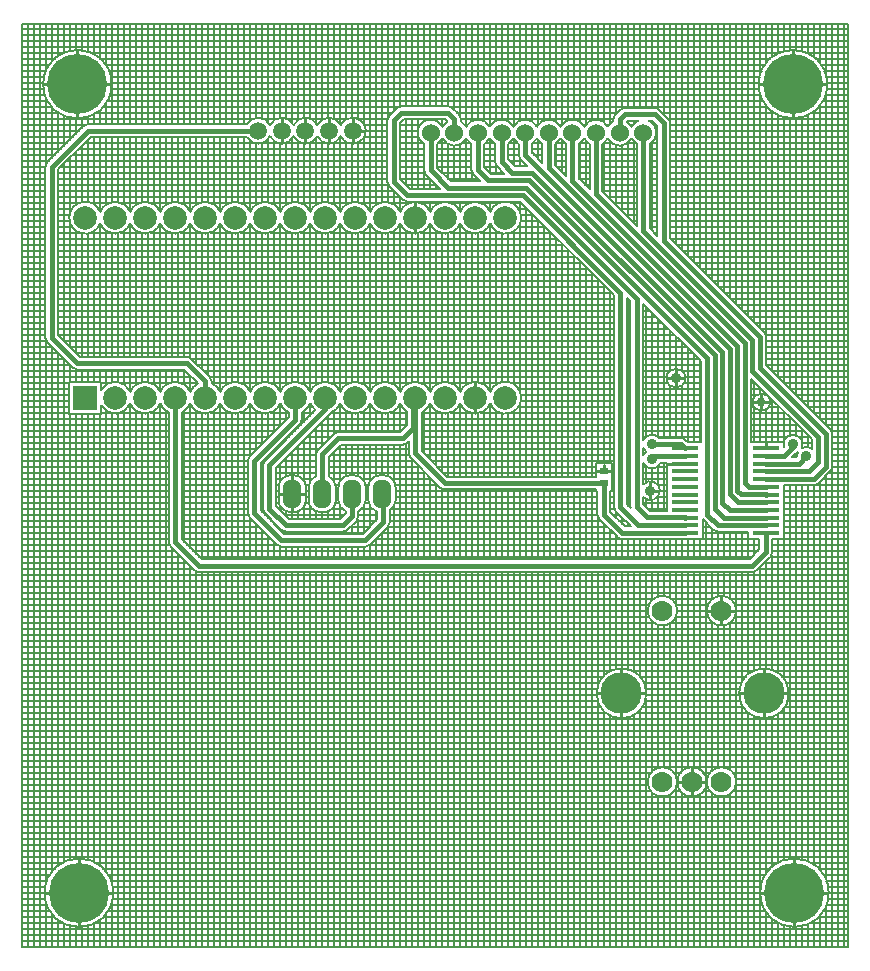
<source format=gtl>
G04*
G04 #@! TF.GenerationSoftware,Altium Limited,CircuitMaker,2.2.1 (2.2.1.6)*
G04*
G04 Layer_Physical_Order=1*
G04 Layer_Color=25308*
%FSLAX25Y25*%
%MOIN*%
G70*
G04*
G04 #@! TF.SameCoordinates,14122C10-9453-4DBA-84BC-A3BC323669C7*
G04*
G04*
G04 #@! TF.FilePolarity,Positive*
G04*
G01*
G75*
%ADD10C,0.01000*%
%ADD25C,0.00800*%
%ADD26R,0.02756X0.02362*%
%ADD27R,0.09000X0.01500*%
%ADD28C,0.01500*%
%ADD29R,0.07874X0.07874*%
%ADD30C,0.07874*%
%ADD31C,0.20000*%
%ADD32C,0.06000*%
%ADD33C,0.13780*%
%ADD34C,0.07000*%
G04:AMPARAMS|DCode=35|XSize=62.99mil|YSize=94.49mil|CornerRadius=25.2mil|HoleSize=0mil|Usage=FLASHONLY|Rotation=0.000|XOffset=0mil|YOffset=0mil|HoleType=Round|Shape=RoundedRectangle|*
%AMROUNDEDRECTD35*
21,1,0.06299,0.04410,0,0,0.0*
21,1,0.01260,0.09449,0,0,0.0*
1,1,0.05039,0.00630,-0.02205*
1,1,0.05039,-0.00630,-0.02205*
1,1,0.05039,-0.00630,0.02205*
1,1,0.05039,0.00630,0.02205*
%
%ADD35ROUNDEDRECTD35*%
%ADD36C,0.05905*%
%ADD37C,0.03500*%
%ADD38C,0.03000*%
D10*
X259000Y289500D02*
X270000D01*
X259000Y278500D02*
Y289500D01*
Y300500D01*
X248000Y289500D02*
X259000D01*
X220000Y191500D02*
X222750D01*
X220000D02*
Y194250D01*
X248500Y183500D02*
Y186000D01*
X220000Y188750D02*
Y191500D01*
X248500Y183500D02*
X251000D01*
X248500Y181000D02*
Y183500D01*
X246000D02*
X248500D01*
X217250Y191500D02*
X220000D01*
X153100Y185000D02*
Y189937D01*
Y180063D02*
Y185000D01*
X133100Y240063D02*
Y245000D01*
X250000Y168075D02*
Y169825D01*
X217500Y162957D02*
X223000D01*
X249342Y86441D02*
X257232D01*
X249342Y78551D02*
Y86441D01*
Y94331D01*
X241453Y86441D02*
X249342D01*
X259500Y20000D02*
X270500D01*
X259500D02*
Y31000D01*
Y9000D02*
Y20000D01*
X248500D02*
X259500D01*
X235185Y114000D02*
X239685D01*
X235185D02*
Y118500D01*
X230685Y114000D02*
X235185D01*
Y109500D02*
Y114000D01*
X225342Y52413D02*
Y56913D01*
Y61413D01*
Y56913D02*
X229842D01*
X220843D02*
X225342D01*
X193622Y160500D02*
X196000D01*
X198378D01*
X196000D02*
Y162681D01*
X211500Y154000D02*
Y156750D01*
Y154000D02*
X214250D01*
X211500Y151250D02*
Y154000D01*
X201842Y86441D02*
X209732D01*
X201842D02*
Y94331D01*
Y78551D02*
Y86441D01*
X193953D02*
X201842D01*
X112248Y274000D02*
X116201D01*
X112248D02*
Y277953D01*
X104374Y274000D02*
Y277953D01*
X112248Y270047D02*
Y274000D01*
X104374Y270047D02*
Y274000D01*
X96500D02*
Y277953D01*
Y270047D02*
Y274000D01*
X88626Y270047D02*
Y274000D01*
Y277953D01*
X133100Y245000D02*
Y249937D01*
X20500Y289500D02*
X31500D01*
X20500D02*
Y300500D01*
Y278500D02*
Y289500D01*
X9500D02*
X20500D01*
X92118Y153000D02*
Y158724D01*
Y147276D02*
Y153000D01*
X96268D01*
X87968D02*
X92118D01*
X21000Y20000D02*
X32000D01*
X10000D02*
X21000D01*
Y31000D01*
Y9000D02*
Y20000D01*
D25*
X270400Y289500D02*
G03*
X270400Y289500I-11400J0D01*
G01*
X218150Y276500D02*
G03*
X217520Y278020I-2150J0D01*
G01*
X214520Y281020D02*
G03*
X213000Y281650I-1520J-1520D01*
G01*
X214520Y281020D02*
G03*
X213000Y281650I-1520J-1520D01*
G01*
X218150Y276500D02*
G03*
X217520Y278020I-2150J0D01*
G01*
X213506Y273362D02*
G03*
X210966Y277350I-4400J0D01*
G01*
X203000Y281650D02*
G03*
X201480Y281020I0J-2150D01*
G01*
X203000Y281650D02*
G03*
X201480Y281020I0J-2150D01*
G01*
X207247Y277350D02*
G03*
X205169Y275327I1859J-3988D01*
G01*
D02*
G03*
X203607Y277066I-3937J-1965D01*
G01*
X211256Y269523D02*
G03*
X213506Y273362I-2150J3839D01*
G01*
X205169Y271397D02*
G03*
X206956Y269523I3937J1965D01*
G01*
X197295Y271397D02*
G03*
X205169Y271397I3937J1965D01*
G01*
X250150Y205320D02*
G03*
X249520Y206840I-2150J0D01*
G01*
X250150Y205320D02*
G03*
X249520Y206840I-2150J0D01*
G01*
X272150Y173000D02*
G03*
X271520Y174520I-2150J0D01*
G01*
X272150Y173000D02*
G03*
X271520Y174520I-2150J0D01*
G01*
X251400Y183500D02*
G03*
X251400Y183500I-2900J0D01*
G01*
X223150Y191500D02*
G03*
X223150Y191500I-3150J0D01*
G01*
X199712Y279253D02*
G03*
X199082Y277732I1520J-1520D01*
G01*
X199712Y279253D02*
G03*
X199082Y277732I1520J-1520D01*
G01*
Y277201D02*
G03*
X197295Y275327I2150J-3839D01*
G01*
X197295D02*
G03*
X189421Y275327I-3937J-1965D01*
G01*
D02*
G03*
X181547Y275327I-3937J-1965D01*
G01*
X181547D02*
G03*
X173673Y275327I-3937J-1965D01*
G01*
D02*
G03*
X165799Y275327I-3937J-1965D01*
G01*
X189421Y271397D02*
G03*
X191208Y269523I3937J1965D01*
G01*
X195508D02*
G03*
X197295Y271397I-2150J3839D01*
G01*
X187634Y269523D02*
G03*
X189421Y271397I-2150J3839D01*
G01*
X181547Y271397D02*
G03*
X183334Y269523I3937J1965D01*
G01*
X179760D02*
G03*
X181547Y271397I-2150J3839D01*
G01*
X173673Y271397D02*
G03*
X175460Y269523I3937J1965D01*
G01*
X171886D02*
G03*
X173673Y271397I-2150J3839D01*
G01*
X165799Y275327D02*
G03*
X157925Y275327I-3937J-1965D01*
G01*
X148264Y277886D02*
G03*
X147634Y279406I-2150J0D01*
G01*
X150051Y275327D02*
G03*
X148264Y277201I-3937J-1965D01*
G01*
Y277886D02*
G03*
X147634Y279406I-2150J0D01*
G01*
X145520Y281520D02*
G03*
X144000Y282150I-1520J-1520D01*
G01*
X145520Y281520D02*
G03*
X144000Y282150I-1520J-1520D01*
G01*
X165799Y271397D02*
G03*
X167586Y269523I3937J1965D01*
G01*
X164012D02*
G03*
X165799Y271397I-2150J3839D01*
G01*
X157925Y271397D02*
G03*
X159712Y269523I3937J1965D01*
G01*
X157925Y275327D02*
G03*
X150051Y275327I-3937J-1965D01*
G01*
X156138Y269523D02*
G03*
X157925Y271397I-2150J3839D01*
G01*
X150051Y271397D02*
G03*
X151838Y269523I3937J1965D01*
G01*
X142177Y271397D02*
G03*
X150051Y271397I3937J1965D01*
G01*
X143834Y277125D02*
G03*
X142177Y275327I2280J-3763D01*
G01*
X140390Y269523D02*
G03*
X142177Y271397I-2150J3839D01*
G01*
Y275327D02*
G03*
X136090Y269523I-3937J-1965D01*
G01*
X167586Y265906D02*
G03*
X168216Y264386I2150J0D01*
G01*
X167586Y265906D02*
G03*
X168216Y264386I2150J0D01*
G01*
X159712Y263638D02*
G03*
X160342Y262118I2150J0D01*
G01*
X159712Y263638D02*
G03*
X160342Y262118I2150J0D01*
G01*
X168437Y245000D02*
G03*
X158100Y246866I-5337J0D01*
G01*
Y243133D02*
G03*
X168437Y245000I5000J1867D01*
G01*
Y185000D02*
G03*
X158100Y186866I-5337J0D01*
G01*
Y183133D02*
G03*
X168437Y185000I5000J1867D01*
G01*
X151838Y261012D02*
G03*
X152468Y259491I2150J0D01*
G01*
X151838Y261012D02*
G03*
X152468Y259491I2150J0D01*
G01*
X158100Y246866D02*
G03*
X148100Y246866I-5000J-1867D01*
G01*
X136090Y260760D02*
G03*
X136720Y259240I2150J0D01*
G01*
X136090Y260760D02*
G03*
X136720Y259240I2150J0D01*
G01*
X148100Y246866D02*
G03*
X138100Y246866I-5000J-1867D01*
G01*
X148100Y243133D02*
G03*
X158100Y243133I5000J1867D01*
G01*
Y186866D02*
G03*
X148100Y186866I-5000J-1867D01*
G01*
D02*
G03*
X138100Y186866I-5000J-1867D01*
G01*
X148100Y183133D02*
G03*
X158100Y183133I5000J1867D01*
G01*
X138100Y243133D02*
G03*
X148100Y243133I5000J1867D01*
G01*
X138100Y183133D02*
G03*
X148100Y183133I5000J1867D01*
G01*
X135250Y180115D02*
G03*
X138100Y183133I-2150J4885D01*
G01*
X265350Y168050D02*
G03*
X261866Y168193I-1850J-2550D01*
G01*
X271520Y160480D02*
G03*
X272150Y162000I-1520J1520D01*
G01*
X271520Y160480D02*
G03*
X272150Y162000I-1520J1520D01*
G01*
X265897Y155747D02*
G03*
X267418Y156377I0J2150D01*
G01*
X265897Y155747D02*
G03*
X267418Y156377I0J2150D01*
G01*
X261866Y168193D02*
G03*
X262150Y169500I-2866J1307D01*
G01*
D02*
G03*
X255900Y170059I-3150J0D01*
G01*
Y168941D02*
G03*
X256000Y168540I3100J559D01*
G01*
X260634Y166807D02*
G03*
X260352Y165392I2866J-1307D01*
G01*
X260082Y166542D02*
G03*
X260634Y166807I-1082J2958D01*
G01*
X255900Y170059D02*
G03*
X255900Y168941I3100J-559D01*
G01*
X223095Y171020D02*
G03*
X221574Y171650I-1520J-1520D01*
G01*
X223095Y171020D02*
G03*
X221574Y171650I-1520J-1520D01*
G01*
X232495Y140964D02*
G03*
X234015Y140334I1520J1520D01*
G01*
X232495Y140964D02*
G03*
X234015Y140334I1520J1520D01*
G01*
X257632Y86441D02*
G03*
X257632Y86441I-8290J0D01*
G01*
X251520Y131980D02*
G03*
X252150Y133500I-1520J1520D01*
G01*
X251520Y131980D02*
G03*
X252150Y133500I-1520J1520D01*
G01*
X245500Y126850D02*
G03*
X247020Y127480I0J2150D01*
G01*
X245500Y126850D02*
G03*
X247020Y127480I0J2150D01*
G01*
X270900Y20000D02*
G03*
X270900Y20000I-11400J0D01*
G01*
X240085Y114000D02*
G03*
X240085Y114000I-4900J0D01*
G01*
X220400D02*
G03*
X220400Y114000I-4900J0D01*
G01*
X240085Y56913D02*
G03*
X240085Y56913I-4900J0D01*
G01*
X230242D02*
G03*
X230242Y56913I-4900J0D01*
G01*
X220400D02*
G03*
X220400Y56913I-4900J0D01*
G01*
X214302Y171650D02*
G03*
X209150Y170842I-2302J-2150D01*
G01*
X210084Y167000D02*
G03*
X209150Y165842I1916J-2500D01*
G01*
Y168158D02*
G03*
X210084Y167000I2850J1342D01*
G01*
X209150Y163158D02*
G03*
X214915Y163306I2850J1342D01*
G01*
X214650Y154000D02*
G03*
X209150Y156098I-3150J0D01*
G01*
X141417Y155043D02*
G03*
X142937Y154413I1520J1520D01*
G01*
X141417Y155043D02*
G03*
X142937Y154413I1520J1520D01*
G01*
X209150Y151902D02*
G03*
X214650Y154000I2350J2098D01*
G01*
X204850Y148500D02*
G03*
X204876Y148164I2150J0D01*
G01*
X204850Y148500D02*
G03*
X204876Y148164I2150J0D01*
G01*
X200554Y138405D02*
G03*
X202075Y137776I1520J1520D01*
G01*
X200554Y138405D02*
G03*
X202075Y137776I1520J1520D01*
G01*
X199350Y148500D02*
G03*
X199980Y146980I2150J0D01*
G01*
X199350Y148500D02*
G03*
X199980Y146980I2150J0D01*
G01*
X210132Y86441D02*
G03*
X210132Y86441I-8290J0D01*
G01*
X193850Y146000D02*
G03*
X194480Y144480I2150J0D01*
G01*
X193850Y146000D02*
G03*
X194480Y144480I2150J0D01*
G01*
X128500Y282150D02*
G03*
X126980Y281520I0J-2150D01*
G01*
X128500Y282150D02*
G03*
X126980Y281520I0J-2150D01*
G01*
X124480Y279020D02*
G03*
X123850Y277500I1520J-1520D01*
G01*
X124480Y279020D02*
G03*
X123850Y277500I1520J-1520D01*
G01*
X108311Y275856D02*
G03*
X100437Y275856I-3937J-1856D01*
G01*
X116601Y274000D02*
G03*
X108311Y275856I-4353J0D01*
G01*
X123850Y257000D02*
G03*
X124480Y255480I2150J0D01*
G01*
X123850Y257000D02*
G03*
X124480Y255480I2150J0D01*
G01*
X108311Y272144D02*
G03*
X116601Y274000I3937J1856D01*
G01*
X100437Y272144D02*
G03*
X108311Y272144I3937J1856D01*
G01*
X84689Y275856D02*
G03*
X76967Y276150I-3937J-1856D01*
G01*
X100437Y275856D02*
G03*
X92563Y275856I-3937J-1856D01*
G01*
D02*
G03*
X84689Y275856I-3937J-1856D01*
G01*
X92563Y272144D02*
G03*
X100437Y272144I3937J1856D01*
G01*
X84689Y272144D02*
G03*
X92563Y272144I3937J1856D01*
G01*
X76967Y271850D02*
G03*
X84689Y272144I3785J2150D01*
G01*
X128980Y250980D02*
G03*
X130500Y250350I1520J1520D01*
G01*
X128980Y250980D02*
G03*
X130500Y250350I1520J1520D01*
G01*
X138100Y246866D02*
G03*
X128100Y246866I-5000J-1867D01*
G01*
Y243133D02*
G03*
X138100Y243133I5000J1867D01*
G01*
X128100Y246866D02*
G03*
X118100Y246866I-5000J-1867D01*
G01*
Y243133D02*
G03*
X128100Y243133I5000J1867D01*
G01*
X108100D02*
G03*
X118100Y243133I5000J1867D01*
G01*
Y246866D02*
G03*
X108100Y246866I-5000J-1867D01*
G01*
D02*
G03*
X98100Y246866I-5000J-1867D01*
G01*
Y243133D02*
G03*
X108100Y243133I5000J1867D01*
G01*
X138100Y186866D02*
G03*
X128100Y186866I-5000J-1867D01*
G01*
D02*
G03*
X118100Y186866I-5000J-1867D01*
G01*
X128100Y183133D02*
G03*
X130350Y180426I5000J1867D01*
G01*
X118100Y186866D02*
G03*
X108100Y186866I-5000J-1867D01*
G01*
D02*
G03*
X98100Y186866I-5000J-1867D01*
G01*
Y183133D02*
G03*
X99780Y180821I5000J1867D01*
G01*
X98100Y246866D02*
G03*
X88100Y246866I-5000J-1867D01*
G01*
D02*
G03*
X78100Y246866I-5000J-1867D01*
G01*
D02*
G03*
X68100Y246866I-5000J-1867D01*
G01*
X88100Y243133D02*
G03*
X98100Y243133I5000J1867D01*
G01*
X78100D02*
G03*
X88100Y243133I5000J1867D01*
G01*
X68100D02*
G03*
X78100Y243133I5000J1867D01*
G01*
X98100Y186866D02*
G03*
X88100Y186866I-5000J-1867D01*
G01*
X95250Y180115D02*
G03*
X98100Y183133I-2150J4885D01*
G01*
X88100Y186866D02*
G03*
X78100Y186866I-5000J-1867D01*
G01*
X88100Y183133D02*
G03*
X90950Y180115I5000J1867D01*
G01*
X78100Y186866D02*
G03*
X68100Y186866I-5000J-1867D01*
G01*
Y246866D02*
G03*
X58100Y246866I-5000J-1867D01*
G01*
D02*
G03*
X48100Y246866I-5000J-1867D01*
G01*
D02*
G03*
X38100Y246866I-5000J-1867D01*
G01*
D02*
G03*
X28100Y246866I-5000J-1867D01*
G01*
X31900Y289500D02*
G03*
X31900Y289500I-11400J0D01*
G01*
X24000Y276150D02*
G03*
X22480Y275520I0J-2150D01*
G01*
X24000Y276150D02*
G03*
X22480Y275520I0J-2150D01*
G01*
X28100Y246866D02*
G03*
X28100Y243133I-5000J-1867D01*
G01*
X10480Y263520D02*
G03*
X9850Y262000I1520J-1520D01*
G01*
X10480Y263520D02*
G03*
X9850Y262000I1520J-1520D01*
G01*
X58100Y243133D02*
G03*
X68100Y243133I5000J1867D01*
G01*
X48100D02*
G03*
X58100Y243133I5000J1867D01*
G01*
X65250Y190400D02*
G03*
X64620Y191920I-2150J0D01*
G01*
X65250Y190400D02*
G03*
X64620Y191920I-2150J0D01*
G01*
X58520Y198020D02*
G03*
X57000Y198650I-1520J-1520D01*
G01*
X58520Y198020D02*
G03*
X57000Y198650I-1520J-1520D01*
G01*
X38100Y243133D02*
G03*
X48100Y243133I5000J1867D01*
G01*
X58100Y186866D02*
G03*
X48100Y186866I-5000J-1867D01*
G01*
X68100D02*
G03*
X65250Y189885I-5000J-1867D01*
G01*
X60695Y189764D02*
G03*
X58100Y186866I2405J-4764D01*
G01*
X55250Y180115D02*
G03*
X58100Y183133I-2150J4885D01*
G01*
X48100D02*
G03*
X50950Y180115I5000J1867D01*
G01*
X48100Y186866D02*
G03*
X38100Y186866I-5000J-1867D01*
G01*
X28100Y243133D02*
G03*
X38100Y243133I5000J1867D01*
G01*
X9850Y205000D02*
G03*
X10480Y203480I2150J0D01*
G01*
X9850Y205000D02*
G03*
X10480Y203480I2150J0D01*
G01*
X38100Y186866D02*
G03*
X28437Y187596I-5000J-1867D01*
G01*
X18980Y194980D02*
G03*
X20500Y194350I1520J1520D01*
G01*
X18980Y194980D02*
G03*
X20500Y194350I1520J1520D01*
G01*
X118100Y183133D02*
G03*
X128100Y183133I5000J1867D01*
G01*
X130950Y166400D02*
G03*
X131580Y164880I2150J0D01*
G01*
X130950Y166400D02*
G03*
X131580Y164880I2150J0D01*
G01*
X129000Y169350D02*
G03*
X130520Y169980I0J2150D01*
G01*
X129000Y169350D02*
G03*
X130520Y169980I0J2150D01*
G01*
X126550Y155205D02*
G03*
X122630Y159124I-3920J0D01*
G01*
X121370D02*
G03*
X117450Y155205I0J-3920D01*
G01*
X124650Y147436D02*
G03*
X126550Y150795I-2020J3359D01*
G01*
X117450D02*
G03*
X120350Y147011I3920J0D01*
G01*
X116589Y155205D02*
G03*
X112669Y159124I-3920J0D01*
G01*
X114189Y147182D02*
G03*
X116589Y150795I-1520J3613D01*
G01*
X108100Y183133D02*
G03*
X118100Y183133I5000J1867D01*
G01*
X104942Y179991D02*
G03*
X108100Y183133I-1842J5009D01*
G01*
X107500Y173650D02*
G03*
X105980Y173020I0J-2150D01*
G01*
X107500Y173650D02*
G03*
X105980Y173020I0J-2150D01*
G01*
X104620Y179580D02*
G03*
X104942Y179991I-1520J1520D01*
G01*
X104620Y179580D02*
G03*
X104942Y179991I-1520J1520D01*
G01*
X100558Y167599D02*
G03*
X99929Y166079I1520J-1520D01*
G01*
X100558Y167599D02*
G03*
X99929Y166079I1520J-1520D01*
G01*
X111409Y159124D02*
G03*
X107490Y155205I0J-3920D01*
G01*
X106628D02*
G03*
X104229Y158818I-3920J0D01*
G01*
X107490Y150795D02*
G03*
X109889Y147182I3920J0D01*
G01*
X102709Y146876D02*
G03*
X106628Y150795I0J3920D01*
G01*
X99929Y158818D02*
G03*
X97529Y155205I1520J-3613D01*
G01*
Y150795D02*
G03*
X101449Y146876I3920J0D01*
G01*
X124020Y141980D02*
G03*
X124650Y143500I-1520J1520D01*
G01*
X124020Y141980D02*
G03*
X124650Y143500I-1520J1520D01*
G01*
X116500Y135350D02*
G03*
X118020Y135980I0J2150D01*
G01*
X113560Y144019D02*
G03*
X114189Y145539I-1520J1520D01*
G01*
X113560Y144019D02*
G03*
X114189Y145539I-1520J1520D01*
G01*
X109000Y140350D02*
G03*
X110520Y140980I0J2150D01*
G01*
X109000Y140350D02*
G03*
X110520Y140980I0J2150D01*
G01*
X116500Y135350D02*
G03*
X118020Y135980I0J2150D01*
G01*
X94620Y176080D02*
G03*
X95250Y177600I-1520J1520D01*
G01*
X94620Y176080D02*
G03*
X95250Y177600I-1520J1520D01*
G01*
X78100Y183133D02*
G03*
X88100Y183133I5000J1867D01*
G01*
X68100D02*
G03*
X78100Y183133I5000J1867D01*
G01*
X77980Y165520D02*
G03*
X77350Y164000I1520J-1520D01*
G01*
X77980Y165520D02*
G03*
X77350Y164000I1520J-1520D01*
G01*
X82980Y164020D02*
G03*
X82350Y162500I1520J-1520D01*
G01*
X82980Y164020D02*
G03*
X82350Y162500I1520J-1520D01*
G01*
X96668Y155205D02*
G03*
X92748Y159124I-3920J0D01*
G01*
X91488D02*
G03*
X87568Y155205I0J-3920D01*
G01*
X58100Y183133D02*
G03*
X68100Y183133I5000J1867D01*
G01*
X38100D02*
G03*
X48100Y183133I5000J1867D01*
G01*
X28437Y182404D02*
G03*
X38100Y183133I4663J2596D01*
G01*
X92748Y146876D02*
G03*
X96668Y150795I0J3920D01*
G01*
X87568D02*
G03*
X91488Y146876I3920J0D01*
G01*
X82350Y148000D02*
G03*
X82980Y146480I2150J0D01*
G01*
X82350Y148000D02*
G03*
X82980Y146480I2150J0D01*
G01*
X77350Y146500D02*
G03*
X77980Y144980I2150J0D01*
G01*
X77350Y146500D02*
G03*
X77980Y144980I2150J0D01*
G01*
X88480Y140980D02*
G03*
X90000Y140350I1520J1520D01*
G01*
X88480Y140980D02*
G03*
X90000Y140350I1520J1520D01*
G01*
X86980Y135980D02*
G03*
X88500Y135350I1520J1520D01*
G01*
X86980Y135980D02*
G03*
X88500Y135350I1520J1520D01*
G01*
X59480Y127480D02*
G03*
X61000Y126850I1520J1520D01*
G01*
X59480Y127480D02*
G03*
X61000Y126850I1520J1520D01*
G01*
X50950Y136900D02*
G03*
X51580Y135380I2150J0D01*
G01*
X50950Y136900D02*
G03*
X51580Y135380I2150J0D01*
G01*
X32400Y20000D02*
G03*
X32400Y20000I-11400J0D01*
G01*
X270123Y292000D02*
X277500D01*
X270389Y290000D02*
X277500D01*
X269474Y294000D02*
X277500D01*
X269849Y286000D02*
X277500D01*
X270301Y288000D02*
X277500D01*
X266597Y298000D02*
X277500D01*
X263440Y300000D02*
X277500D01*
X268986Y284000D02*
X277500D01*
X268365Y296000D02*
X277500D01*
X265302Y280000D02*
X277500D01*
X267585Y282000D02*
X277500D01*
X218150Y272000D02*
X277500D01*
X218150Y274000D02*
X277500D01*
X218150Y268000D02*
X277500D01*
X218150Y270000D02*
X277500D01*
X218150Y264000D02*
X277500D01*
X218150Y266000D02*
X277500D01*
X264000Y299745D02*
Y309500D01*
X266000Y298498D02*
Y309500D01*
X262000Y300498D02*
Y309500D01*
X270000Y292493D02*
Y309500D01*
X268000Y296497D02*
Y309500D01*
X260000Y300856D02*
Y309500D01*
X252000Y298498D02*
Y309500D01*
X250000Y296497D02*
Y309500D01*
X248000Y292493D02*
Y309500D01*
X258000Y300856D02*
Y309500D01*
X256000Y300498D02*
Y309500D01*
X254000Y299745D02*
Y309500D01*
X268000Y178041D02*
Y282503D01*
X266000Y180041D02*
Y280502D01*
X264000Y182041D02*
Y279255D01*
X272000Y173789D02*
Y309500D01*
X270000Y176041D02*
Y286507D01*
X254000Y192041D02*
Y279255D01*
X252000Y194041D02*
Y280502D01*
X262000Y184041D02*
Y278502D01*
X256000Y190041D02*
Y278502D01*
X218150Y260000D02*
X277500D01*
X218150Y262000D02*
X277500D01*
X260000Y186041D02*
Y278144D01*
X258000Y188041D02*
Y278144D01*
X218150Y254000D02*
X277500D01*
X218150Y256000D02*
X277500D01*
X218150Y250000D02*
X277500D01*
X218150Y252000D02*
X277500D01*
X240000Y216360D02*
Y309500D01*
X242000Y214360D02*
Y309500D01*
X238000Y218360D02*
Y309500D01*
X246000Y210360D02*
Y309500D01*
X244000Y212360D02*
Y309500D01*
X232000Y224360D02*
Y309500D01*
X224000Y232360D02*
Y309500D01*
X236000Y220360D02*
Y309500D01*
X234000Y222360D02*
Y309500D01*
X230000Y226360D02*
Y309500D01*
X228000Y228360D02*
Y309500D01*
X250000Y206109D02*
Y282503D01*
X248000Y208360D02*
Y286507D01*
X220000Y236360D02*
Y309500D01*
X218150Y238210D02*
Y276500D01*
X226000Y230360D02*
Y309500D01*
X222000Y234360D02*
Y309500D01*
X214520Y281020D02*
X217520Y278020D01*
X215541Y280000D02*
X252698D01*
X216000Y279541D02*
Y309500D01*
X218000Y277289D02*
Y309500D01*
X144789Y282000D02*
X250415D01*
X214000Y281403D02*
Y309500D01*
X217540Y278000D02*
X277500D01*
X218150Y276000D02*
X277500D01*
X213460Y274000D02*
X213850D01*
X212109Y277350D02*
X213850Y275609D01*
X212628Y276000D02*
X213459D01*
X213290Y272000D02*
X213850D01*
X206000Y281650D02*
Y309500D01*
X208000Y281650D02*
Y309500D01*
X204000Y281650D02*
Y309500D01*
X212000Y281650D02*
Y309500D01*
X210000Y281650D02*
Y309500D01*
X203000Y281650D02*
X213000D01*
X203607Y277066D02*
X203891Y277350D01*
X210966D02*
X212109D01*
X212000Y276677D02*
Y277350D01*
X206000Y276478D02*
Y277350D01*
X203891D02*
X207247D01*
X204000Y276783D02*
Y277350D01*
X204754Y276000D02*
X205585D01*
X211945Y270000D02*
X213850D01*
X211256Y241568D02*
Y269523D01*
X213850Y238975D02*
Y275609D01*
X212000Y240825D02*
Y270048D01*
X211256Y266000D02*
X213850D01*
X211256Y268000D02*
X213850D01*
X211256Y262000D02*
X213850D01*
X211256Y264000D02*
X213850D01*
X218150Y258000D02*
X277500D01*
X211256Y260000D02*
X213850D01*
X211256Y256000D02*
X213850D01*
X211256Y258000D02*
X213850D01*
X211256Y254000D02*
X213850D01*
X195508Y262000D02*
X206956D01*
X211256Y250000D02*
X213850D01*
X211256Y252000D02*
X213850D01*
X204070Y270000D02*
X206268D01*
X206956Y242333D02*
Y269523D01*
X206000Y243289D02*
Y270246D01*
X195508Y268000D02*
X206956D01*
X195508Y266000D02*
X206956D01*
X204000Y245289D02*
Y269942D01*
X197289Y252000D02*
X206956D01*
X195508Y254000D02*
X206956D01*
X195508Y253781D02*
X206956Y242333D01*
X199289Y250000D02*
X206956D01*
X195508Y260000D02*
X206956D01*
X195508Y264000D02*
X206956D01*
X195508Y256000D02*
X206956D01*
X195508Y258000D02*
X206956D01*
X240360Y216000D02*
X277500D01*
X242360Y214000D02*
X277500D01*
X238360Y218000D02*
X277500D01*
X246360Y210000D02*
X277500D01*
X244360Y212000D02*
X277500D01*
X224360Y232000D02*
X277500D01*
X220360Y236000D02*
X277500D01*
X236360Y220000D02*
X277500D01*
X226360Y230000D02*
X277500D01*
X250150Y198000D02*
X277500D01*
X250150Y200000D02*
X277500D01*
X256041Y190000D02*
X277500D01*
X254041Y192000D02*
X277500D01*
X250040Y206000D02*
X277500D01*
X248360Y208000D02*
X277500D01*
X250150Y202000D02*
X277500D01*
X250150Y204000D02*
X277500D01*
X232360Y224000D02*
X277500D01*
X234360Y222000D02*
X277500D01*
X250150Y195891D02*
Y205320D01*
X228360Y228000D02*
X277500D01*
X222360Y234000D02*
X277500D01*
X230360Y226000D02*
X277500D01*
X220000Y194650D02*
Y205531D01*
X252041Y194000D02*
X277500D01*
X250150Y196000D02*
X277500D01*
X245150Y190000D02*
X246424D01*
X223110Y192000D02*
X228350D01*
X221916Y194000D02*
X228350D01*
X222000Y193934D02*
Y203531D01*
X260041Y186000D02*
X277500D01*
X262041Y184000D02*
X277500D01*
X258041Y188000D02*
X277500D01*
X266041Y180000D02*
X277500D01*
X264041Y182000D02*
X277500D01*
X245150Y180000D02*
X256424D01*
X250982Y182000D02*
X254424D01*
X250150Y195891D02*
X271520Y174520D01*
X258000Y172487D02*
Y178424D01*
X271903Y174000D02*
X277500D01*
X270041Y176000D02*
X277500D01*
X268041Y178000D02*
X277500D01*
X245150D02*
X258424D01*
X245150Y174000D02*
X262424D01*
X245150Y176000D02*
X260424D01*
X250000Y185982D02*
Y186424D01*
X248000Y186357D02*
Y188424D01*
X246000Y184970D02*
Y190424D01*
X222770Y190000D02*
X228350D01*
X245150Y188000D02*
X248424D01*
X251357Y184000D02*
X252424D01*
X249970Y186000D02*
X250424D01*
X245150D02*
X247030D01*
X245150Y184000D02*
X245643D01*
X245150Y182000D02*
X246018D01*
X218150Y246000D02*
X277500D01*
X218150Y244000D02*
X277500D01*
X218150Y248000D02*
X277500D01*
X218150Y240000D02*
X277500D01*
X218150Y242000D02*
X277500D01*
X211256Y246000D02*
X213850D01*
X211256Y248000D02*
X213850D01*
X211256Y242000D02*
X213850D01*
X211256Y244000D02*
X213850D01*
X218360Y238000D02*
X277500D01*
X212825Y240000D02*
X213850D01*
X218150Y238210D02*
X249520Y206840D01*
X209150Y210000D02*
X215530D01*
X209150Y206000D02*
X219531D01*
X209150Y208000D02*
X217530D01*
X209150Y202000D02*
X223531D01*
X209150Y204000D02*
X221531D01*
X205289Y244000D02*
X206956D01*
X211256Y241568D02*
X213850Y238975D01*
X203650Y218345D02*
X204850Y217145D01*
X209150Y216000D02*
X209530D01*
X203650Y214000D02*
X204850D01*
X203289Y246000D02*
X206956D01*
X201289Y248000D02*
X206956D01*
X203650Y216000D02*
X204850D01*
X203650Y218000D02*
X203995D01*
X209150Y212000D02*
X213530D01*
X209150Y214000D02*
X211530D01*
X203650Y210000D02*
X204850D01*
X203650Y212000D02*
X204850D01*
X203650Y206000D02*
X204850D01*
X203650Y208000D02*
X204850D01*
X203650Y202000D02*
X204850D01*
X203650Y204000D02*
X204850D01*
X209150Y216381D02*
X228350Y197180D01*
X209150Y200000D02*
X225531D01*
X218000Y193934D02*
Y207530D01*
X209150Y196000D02*
X228350D01*
X209150Y198000D02*
X227531D01*
X209150Y194000D02*
X218084D01*
X209150Y190000D02*
X217230D01*
X209150Y178000D02*
X228350D01*
X209150Y180000D02*
X228350D01*
X209150Y174000D02*
X228350D01*
X209150Y176000D02*
X228350D01*
X209150Y186000D02*
X228350D01*
X209150Y188000D02*
X228350D01*
X209150Y182000D02*
X228350D01*
X209150Y184000D02*
X228350D01*
X203650Y198000D02*
X204850D01*
X203650Y200000D02*
X204850D01*
X209150Y192000D02*
X216890D01*
X212000Y172650D02*
Y213530D01*
X203650Y194000D02*
X204850D01*
X203650Y196000D02*
X204850D01*
X203650Y190000D02*
X204850D01*
X203650Y192000D02*
X204850D01*
X203650Y178000D02*
X204850D01*
X203650Y180000D02*
X204850D01*
X203650Y174000D02*
X204850D01*
X203650Y176000D02*
X204850D01*
X203650Y186000D02*
X204850D01*
X203650Y188000D02*
X204850D01*
X203650Y182000D02*
X204850D01*
X203650Y184000D02*
X204850D01*
X202000Y281403D02*
Y309500D01*
X199712Y279253D02*
X201480Y281020D01*
X200000Y279541D02*
Y309500D01*
X198000Y276348D02*
Y309500D01*
X194000Y277715D02*
Y309500D01*
X192000Y277547D02*
Y309500D01*
X196000Y276881D02*
Y309500D01*
X190000Y276205D02*
Y309500D01*
X199082Y277201D02*
Y277732D01*
X196880Y276000D02*
X197711D01*
X189006D02*
X189837D01*
X196196Y270000D02*
X198394D01*
X184000Y277504D02*
Y309500D01*
X186000Y277732D02*
Y309500D01*
X180000Y277057D02*
Y309500D01*
X188000Y276972D02*
Y309500D01*
X182000Y276049D02*
Y309500D01*
X178000Y277745D02*
Y309500D01*
X170000Y277754D02*
Y309500D01*
X176000Y277457D02*
Y309500D01*
X172000Y277135D02*
Y309500D01*
X181132Y276000D02*
X181963D01*
X173258D02*
X174089D01*
X174000Y275877D02*
Y309500D01*
X168000Y277405D02*
Y309500D01*
X166000Y275686D02*
Y309500D01*
X172574Y270000D02*
X174772D01*
X190000Y255754D02*
Y270519D01*
X198000Y251289D02*
Y270377D01*
X196000Y253289D02*
Y269844D01*
X188322Y270000D02*
X190520D01*
X188000Y257754D02*
Y269752D01*
X195508Y253781D02*
Y269523D01*
X191208Y254545D02*
Y269523D01*
X202000Y247289D02*
Y269030D01*
X200000Y249289D02*
Y269138D01*
X187634Y268000D02*
X191208D01*
X179760D02*
X183334D01*
X187634Y258120D02*
Y269523D01*
X179760Y266000D02*
X183334D01*
X180448Y270000D02*
X182646D01*
X182000Y260218D02*
Y270675D01*
X180000Y262218D02*
Y269668D01*
X174000Y264683D02*
Y270847D01*
X166000Y262541D02*
Y271038D01*
X175460Y263222D02*
Y269523D01*
X172000Y266683D02*
Y269589D01*
X183334Y258884D02*
Y269523D01*
X179760Y262458D02*
Y269523D01*
X171886Y268000D02*
X175460D01*
X171886Y266796D02*
Y269523D01*
Y266796D02*
X175460Y263222D01*
X167586Y265906D02*
Y269523D01*
X160000Y277349D02*
Y309500D01*
X162000Y277760D02*
Y309500D01*
X156000Y277275D02*
Y309500D01*
X164000Y277208D02*
Y309500D01*
X158000Y275470D02*
Y309500D01*
X147041Y280000D02*
X200459D01*
X154000Y277762D02*
Y309500D01*
X152000Y277287D02*
Y309500D01*
X150000Y275426D02*
Y309500D01*
X165384Y276000D02*
X166215D01*
X157510D02*
X158341D01*
X149636D02*
X150467D01*
X148261Y278000D02*
X199099D01*
X144000Y282150D02*
Y309500D01*
X142000Y282150D02*
Y309500D01*
X148000Y278918D02*
Y309500D01*
X146000Y281041D02*
Y309500D01*
X136000Y282150D02*
Y309500D01*
X134000Y282150D02*
Y309500D01*
X140000Y282150D02*
Y309500D01*
X138000Y282150D02*
Y309500D01*
X145520Y281520D02*
X147634Y279406D01*
X148264Y277201D02*
Y277886D01*
X143109Y277850D02*
X143834Y277125D01*
X140000Y277395D02*
Y277850D01*
X136000Y277149D02*
Y277850D01*
X141762Y276000D02*
X142593D01*
X142000Y275648D02*
Y277850D01*
X164700Y270000D02*
X166898D01*
X158000Y260041D02*
Y271254D01*
X156826Y270000D02*
X159024D01*
X164012Y266000D02*
X167586D01*
X164012Y268000D02*
X167586D01*
X164012Y264528D02*
Y269523D01*
X159712Y263638D02*
Y269523D01*
X156138Y268000D02*
X159712D01*
X140390D02*
X151838D01*
X156138Y261902D02*
Y269523D01*
X151838Y261012D02*
Y269523D01*
X150000Y257150D02*
Y271298D01*
X142000Y260041D02*
Y271077D01*
X134000Y274537D02*
Y277850D01*
Y254650D02*
Y272187D01*
X148952Y270000D02*
X151150D01*
X144000Y258041D02*
Y269503D01*
X148000Y257150D02*
Y269387D01*
X146000Y257150D02*
Y268964D01*
X141078Y270000D02*
X143276D01*
X140390Y261650D02*
Y269523D01*
X136090Y260760D02*
Y269523D01*
X136000Y254650D02*
Y269575D01*
X187634Y266000D02*
X191208D01*
X187634Y264000D02*
X191208D01*
X179760D02*
X183334D01*
X179760Y262458D02*
X183334Y258884D01*
X174683Y264000D02*
X175460D01*
X172683Y266000D02*
X175460D01*
X164541Y264000D02*
X168602D01*
X168216Y264386D02*
X170452Y262150D01*
X170000D02*
Y262602D01*
X187634Y260000D02*
X191208D01*
X187634Y262000D02*
X191208D01*
X189754Y256000D02*
X191208D01*
X187754Y258000D02*
X191208D01*
X180218Y262000D02*
X183334D01*
X166391Y262150D02*
X170452D01*
X187634Y258120D02*
X191208Y254545D01*
X182218Y260000D02*
X183334D01*
X168000Y262150D02*
Y264638D01*
X164012Y264528D02*
X166391Y262150D01*
X160000Y259650D02*
Y262563D01*
X156138Y264000D02*
X159712D01*
X156138Y266000D02*
X159712D01*
X160342Y262118D02*
X162809Y259650D01*
X158391D02*
X162809D01*
X164966Y250000D02*
X168459D01*
X162000Y259650D02*
Y260459D01*
X158041Y260000D02*
X162459D01*
X156138Y262000D02*
X160459D01*
X154966Y250000D02*
X161233D01*
X156138Y261902D02*
X158391Y259650D01*
X168342Y246000D02*
X172459D01*
X168342Y244000D02*
X174459D01*
X167514Y248000D02*
X170459D01*
X168109Y250350D02*
X199350Y219109D01*
X168000Y187115D02*
Y242885D01*
X167514Y242000D02*
X176459D01*
X164966Y240000D02*
X178459D01*
X168342Y186000D02*
X199350D01*
X167514Y188000D02*
X199350D01*
X167514Y182000D02*
X199350D01*
X168342Y184000D02*
X199350D01*
X164966Y190000D02*
X199350D01*
X164966Y180000D02*
X199350D01*
X166000Y249480D02*
Y250350D01*
X160000Y249344D02*
Y250350D01*
X168000Y247115D02*
Y250350D01*
X158000Y247115D02*
Y250350D01*
X157514Y248000D02*
X158686D01*
X156000Y249480D02*
Y250350D01*
X157514Y242000D02*
X158686D01*
X158000Y187115D02*
Y242885D01*
X164000Y190261D02*
Y239739D01*
X162000Y190222D02*
Y239778D01*
X166000Y189480D02*
Y240520D01*
X160000Y189344D02*
Y240656D01*
X157514Y188000D02*
X158686D01*
X156000Y189480D02*
Y240520D01*
X154966Y180000D02*
X161233D01*
X157514Y182000D02*
X158686D01*
X144041Y258000D02*
X153959D01*
X152468Y259491D02*
X154809Y257150D01*
X152000D02*
Y260193D01*
X140390Y264000D02*
X151838D01*
X140390Y266000D02*
X151838D01*
X142041Y260000D02*
X152091D01*
X140390Y262000D02*
X151838D01*
X154000Y257150D02*
Y257959D01*
X150000Y249344D02*
Y250350D01*
X154966Y240000D02*
X161233D01*
X144891Y257150D02*
X154809D01*
X144966Y250000D02*
X151233D01*
X144966Y240000D02*
X151233D01*
X147514Y248000D02*
X148686D01*
X140390Y261650D02*
X144891Y257150D01*
X146000Y249480D02*
Y250350D01*
X140000Y254650D02*
Y255959D01*
X148000Y247115D02*
Y250350D01*
X140000Y249344D02*
Y250350D01*
X136720Y259240D02*
X141309Y254650D01*
X138000D02*
Y257959D01*
X137514Y248000D02*
X138686D01*
X138000Y247115D02*
Y250350D01*
X147514Y242000D02*
X148686D01*
X134967Y250000D02*
X141234D01*
X136000Y249480D02*
Y250350D01*
X134967Y240000D02*
X141234D01*
X137514Y242000D02*
X138686D01*
X154000Y190261D02*
Y239739D01*
X154966Y190000D02*
X161233D01*
X152000Y190222D02*
Y239778D01*
X150000Y189344D02*
Y240656D01*
X144966Y190000D02*
X151233D01*
X147514Y182000D02*
X148686D01*
X147514Y188000D02*
X148686D01*
X135250Y178000D02*
X199350D01*
X144966Y180000D02*
X151233D01*
X135250Y174000D02*
X199350D01*
X135250Y176000D02*
X199350D01*
X146000Y189480D02*
Y240520D01*
X142000Y190222D02*
Y239778D01*
X148000Y187115D02*
Y242885D01*
X140000Y189344D02*
Y240656D01*
X138000Y187115D02*
Y242885D01*
X136000Y189480D02*
Y240520D01*
X144000Y190261D02*
Y239739D01*
X137514Y188000D02*
X138686D01*
X137514Y182000D02*
X138686D01*
X134967Y190000D02*
X141234D01*
X134000Y190261D02*
Y239739D01*
X135250Y180000D02*
X141234D01*
X272150Y170000D02*
X277500D01*
X272150Y168000D02*
X277500D01*
X272150Y172000D02*
X277500D01*
X272150Y164000D02*
X277500D01*
X272150Y162000D02*
Y173000D01*
X262110Y170000D02*
X265350D01*
X272150Y166000D02*
X277500D01*
X272150Y162000D02*
X277500D01*
X269041Y158000D02*
X277500D01*
X271041Y160000D02*
X277500D01*
X266908Y156000D02*
X277500D01*
X267418Y156377D02*
X271520Y160480D01*
X264000Y168610D02*
Y172424D01*
X260916Y172000D02*
X264424D01*
X262000Y170460D02*
Y174424D01*
X265350Y168050D02*
Y171074D01*
X260000Y172487D02*
Y176424D01*
X256000Y170460D02*
Y180424D01*
X260066Y165106D02*
X260352Y165392D01*
X260000Y165106D02*
Y166459D01*
X259541Y166000D02*
X260390D01*
X255900Y168441D02*
Y168941D01*
X258647Y165106D02*
X260082Y166542D01*
X258647Y165106D02*
X260066D01*
X274000Y2000D02*
Y309500D01*
X272000Y2000D02*
Y161211D01*
X270000Y24440D02*
Y158959D01*
X277500Y2000D02*
Y309500D01*
X276000Y2000D02*
Y309500D01*
X264000Y30474D02*
Y155747D01*
X262000Y31122D02*
Y155747D01*
X268000Y27597D02*
Y156959D01*
X266000Y29365D02*
Y155750D01*
X255900Y142000D02*
X277500D01*
X255900Y144000D02*
X277500D01*
X255900Y138000D02*
X277500D01*
X255900Y140000D02*
X277500D01*
X255900Y154000D02*
X277500D01*
X255900Y155747D02*
X265897D01*
X255900Y146000D02*
X277500D01*
X255900Y148000D02*
X277500D01*
X256000Y91380D02*
Y155747D01*
X255900Y154870D02*
Y155689D01*
X260000Y31389D02*
Y155747D01*
X258000Y31301D02*
Y155747D01*
X255900Y153129D02*
Y154870D01*
Y153129D02*
Y154870D01*
Y145452D02*
Y147194D01*
Y148012D01*
Y140334D02*
Y142076D01*
Y142894D01*
Y137776D02*
Y140334D01*
Y142076D01*
Y144634D02*
Y145452D01*
Y147194D01*
Y142894D02*
Y144634D01*
Y142894D02*
Y144634D01*
X252000Y170224D02*
Y184424D01*
X254000Y170224D02*
Y182424D01*
X250000Y170224D02*
Y181018D01*
X245150Y191274D02*
X265350Y171074D01*
X245150Y172000D02*
X257084D01*
X245150Y170224D02*
X255900D01*
X248000D02*
Y180643D01*
X255900Y150000D02*
X277500D01*
X255900Y149752D02*
Y150570D01*
Y148012D02*
Y149752D01*
Y148012D02*
Y149752D01*
Y152000D02*
X277500D01*
X255900Y152312D02*
Y153129D01*
Y150570D02*
Y152312D01*
Y150570D02*
Y152312D01*
X228000Y170224D02*
Y197530D01*
X228350Y170224D02*
Y197180D01*
X226000Y170224D02*
Y199530D01*
X246000Y170224D02*
Y182030D01*
X245150Y170224D02*
Y191274D01*
X213916Y172000D02*
X228350D01*
X220000Y171650D02*
Y188350D01*
X224000Y170224D02*
Y201531D01*
X222000Y171607D02*
Y189066D01*
X223891Y170224D02*
X228350D01*
X223095Y171020D02*
X223891Y170224D01*
X228900Y144000D02*
X229459D01*
X228900Y142894D02*
Y144564D01*
X214302Y171650D02*
X221574D01*
X244000Y131150D02*
Y140334D01*
X244100Y137776D02*
Y140334D01*
X242000Y131150D02*
Y140334D01*
X240000Y131150D02*
Y140334D01*
X238000Y131150D02*
Y140334D01*
X234015D02*
X244100D01*
X236000Y131150D02*
Y140334D01*
X252150Y137776D02*
X255900D01*
X247850Y134391D02*
Y137776D01*
X254000Y93299D02*
Y137776D01*
X252150Y133500D02*
Y137776D01*
X228900Y138000D02*
X244100D01*
X228900Y140000D02*
X244100D01*
Y137776D02*
X247850D01*
X246000Y132541D02*
Y137776D01*
X228980Y144480D02*
X232495Y140964D01*
X228900Y142894D02*
Y144564D01*
X232000Y131150D02*
Y141459D01*
X230000Y131150D02*
Y143459D01*
X228900Y142000D02*
X231459D01*
X228900Y142076D02*
Y142894D01*
Y140334D02*
Y142076D01*
Y140334D02*
Y142076D01*
X234000Y131150D02*
Y140335D01*
X228900Y137776D02*
Y140334D01*
X228000Y131150D02*
Y137776D01*
X226000Y131150D02*
Y137776D01*
X223000D02*
X228900D01*
X224000Y131150D02*
Y137776D01*
X222000Y131150D02*
Y137776D01*
X220000Y131150D02*
Y137776D01*
X252150Y134000D02*
X277500D01*
X251540Y132000D02*
X277500D01*
X252150Y136000D02*
X277500D01*
X255492Y92000D02*
X277500D01*
X252746Y94000D02*
X277500D01*
X247541Y128000D02*
X277500D01*
X249541Y130000D02*
X277500D01*
X240085Y114000D02*
X277500D01*
X257621Y86000D02*
X277500D01*
X257484Y88000D02*
X277500D01*
X264974Y30000D02*
X277500D01*
X257265Y84000D02*
X277500D01*
X256829Y90000D02*
X277500D01*
X254561Y80000D02*
X277500D01*
X256342Y82000D02*
X277500D01*
X250000Y94705D02*
Y130459D01*
X252000Y94293D02*
Y132711D01*
X248000Y94621D02*
Y128459D01*
X247020Y127480D02*
X251520Y131980D01*
X244609Y131150D02*
X247850Y134391D01*
X256000Y30849D02*
Y81502D01*
X254000Y29985D02*
Y79583D01*
X246000Y94027D02*
Y126909D01*
X244000Y92779D02*
Y126850D01*
X242000Y90289D02*
Y126850D01*
X270723Y22000D02*
X277500D01*
X270900Y20000D02*
X277500D01*
X270175Y24000D02*
X277500D01*
X270175Y16000D02*
X277500D01*
X270723Y18000D02*
X277500D01*
X269193Y26000D02*
X277500D01*
X267622Y28000D02*
X277500D01*
X267622Y12000D02*
X277500D01*
X269193Y14000D02*
X277500D01*
X270000Y2000D02*
Y15560D01*
X268000Y2000D02*
Y12403D01*
X264974Y10000D02*
X277500D01*
X266000Y2000D02*
Y10635D01*
X264000Y2000D02*
Y9526D01*
X262000Y2000D02*
Y8878D01*
X252000Y28585D02*
Y78589D01*
X250000Y26302D02*
Y78177D01*
X248000Y2000D02*
Y78261D01*
X242000Y2000D02*
Y82593D01*
X240000Y2000D02*
Y56004D01*
X246000Y2000D02*
Y78855D01*
X244000Y2000D02*
Y80102D01*
X260000Y2000D02*
Y8611D01*
X258000Y2000D02*
Y8699D01*
X256000Y2000D02*
Y9151D01*
X250000Y2000D02*
Y13698D01*
X254000Y2000D02*
Y10014D01*
X252000Y2000D02*
Y11415D01*
X238015Y118000D02*
X277500D01*
X239658Y116000D02*
X277500D01*
X240000Y114909D02*
Y126850D01*
X238015Y110000D02*
X277500D01*
X239658Y112000D02*
X277500D01*
X238000Y118011D02*
Y126850D01*
X236000Y61745D02*
Y109168D01*
X209329Y90000D02*
X241856D01*
X209984Y88000D02*
X241201D01*
X209765Y84000D02*
X241420D01*
X210121Y86000D02*
X241065D01*
X205246Y94000D02*
X245939D01*
X207992Y92000D02*
X243193D01*
X207061Y80000D02*
X244124D01*
X208842Y82000D02*
X242343D01*
X234000Y118754D02*
Y126850D01*
X236000Y118832D02*
Y126850D01*
X232000Y117724D02*
Y126850D01*
X226000Y61769D02*
Y126850D01*
X217100Y137776D02*
X223000D01*
X217100D02*
X223000D01*
X220000Y115939D02*
Y126850D01*
X220400Y114000D02*
X230285D01*
X234000Y61668D02*
Y109246D01*
X218330Y118000D02*
X232355D01*
X219973Y116000D02*
X230712D01*
X218330Y110000D02*
X232355D01*
X219973Y112000D02*
X230712D01*
X238000Y60924D02*
Y109989D01*
X238991Y60000D02*
X277500D01*
X232000Y60637D02*
Y110276D01*
X239963Y58000D02*
X277500D01*
X240000Y57822D02*
Y113091D01*
X229148Y60000D02*
X231379D01*
X230000Y58436D02*
Y126850D01*
X239125Y54000D02*
X277500D01*
X239999Y56000D02*
X277500D01*
X238000Y2000D02*
Y52903D01*
X236000Y2000D02*
Y52082D01*
X229282Y54000D02*
X231245D01*
X230000Y2000D02*
Y55391D01*
X234000Y2000D02*
Y52159D01*
X232000Y2000D02*
Y53190D01*
X228000Y61030D02*
Y126850D01*
X224000Y61626D02*
Y126850D01*
X222000Y60496D02*
Y126850D01*
X219306Y60000D02*
X221537D01*
X220000Y58852D02*
Y112061D01*
X228000Y2000D02*
Y52797D01*
X226000Y2000D02*
Y52058D01*
X224000Y2000D02*
Y52201D01*
X219440Y54000D02*
X221403D01*
X222000Y2000D02*
Y53330D01*
X220000Y2000D02*
Y54974D01*
X214000Y171934D02*
Y211530D01*
X218000Y171650D02*
Y189066D01*
X210000Y171934D02*
Y215530D01*
X216000Y171650D02*
Y209530D01*
X209150Y170842D02*
Y216381D01*
Y172000D02*
X210084D01*
X217100Y162548D02*
Y163306D01*
X214915D02*
X217100D01*
Y160807D02*
Y162548D01*
Y160807D02*
Y162548D01*
X213916Y162000D02*
X217100D01*
X209150D02*
X210084D01*
X209150Y160000D02*
X217100D01*
X203650Y170000D02*
X204850D01*
X203650Y166000D02*
X204850D01*
X203650Y172000D02*
X204850D01*
X209150Y165842D02*
Y168158D01*
X203650Y164000D02*
X204850D01*
X203650Y168000D02*
X204850D01*
X198000Y163081D02*
Y220459D01*
X196000Y163081D02*
Y222459D01*
X194000Y163081D02*
Y224459D01*
X203650Y162000D02*
X204850D01*
X198778D02*
X199350D01*
X203650Y160000D02*
X204850D01*
X198778D02*
X199350D01*
X193222Y163081D02*
X198778D01*
X217100Y158247D02*
Y159988D01*
Y158247D02*
Y159988D01*
Y160807D01*
Y157430D02*
Y158247D01*
X216000Y147253D02*
Y163306D01*
X209150Y158000D02*
X217100D01*
X212000Y157110D02*
Y161350D01*
X214000Y155916D02*
Y162066D01*
X210000Y156770D02*
Y162066D01*
X217100Y155689D02*
Y157430D01*
Y155689D02*
Y157430D01*
Y153129D02*
Y154870D01*
Y155689D01*
X213934Y156000D02*
X217100D01*
Y153129D02*
Y154870D01*
X209150Y156098D02*
Y163158D01*
X203650Y149391D02*
Y218345D01*
X204850Y148500D02*
Y217145D01*
X204000Y149041D02*
Y217995D01*
X198778Y159144D02*
Y163081D01*
X193222Y159144D02*
Y163081D01*
X199350Y148500D02*
Y219109D01*
X193222Y158713D02*
Y159144D01*
X203650Y158000D02*
X204850D01*
X198778Y157919D02*
Y159144D01*
X203650Y156000D02*
X204850D01*
X198778Y157919D02*
Y159144D01*
Y158000D02*
X199350D01*
X193222Y158713D02*
Y159144D01*
X198778Y156000D02*
X199350D01*
X198778Y153982D02*
Y157919D01*
X184000Y158713D02*
Y234459D01*
X186000Y158713D02*
Y232459D01*
X182000Y158713D02*
Y236459D01*
X190000Y158713D02*
Y228459D01*
X188000Y158713D02*
Y230459D01*
X176000Y158713D02*
Y242459D01*
X174000Y158713D02*
Y244459D01*
X180000Y158713D02*
Y238459D01*
X178000Y158713D02*
Y240459D01*
X138541Y164000D02*
X199350D01*
X140541Y162000D02*
X193222D01*
X142541Y160000D02*
X193222D01*
X192000Y158713D02*
Y226459D01*
X135250Y170000D02*
X199350D01*
X135250Y172000D02*
X199350D01*
X136541Y166000D02*
X199350D01*
X135250Y168000D02*
X199350D01*
X168000Y158713D02*
Y182885D01*
X160000Y158713D02*
Y180656D01*
X158000Y158713D02*
Y182885D01*
X172000Y158713D02*
Y246459D01*
X170000Y158713D02*
Y248459D01*
X140000Y162541D02*
Y180656D01*
X138000Y164541D02*
Y182885D01*
X150000Y158713D02*
Y180656D01*
X148000Y158713D02*
Y182885D01*
X162000Y158713D02*
Y179778D01*
X156000Y158713D02*
Y180520D01*
X166000Y158713D02*
Y180520D01*
X164000Y158713D02*
Y179739D01*
X136000Y166541D02*
Y180520D01*
X135250Y167291D02*
Y180115D01*
X154000Y158713D02*
Y179739D01*
X142000Y160541D02*
Y179778D01*
X184000Y131150D02*
Y154413D01*
X186000Y131150D02*
Y154413D01*
X182000Y131150D02*
Y154413D01*
X190000Y131150D02*
Y154413D01*
X188000Y131150D02*
Y154413D01*
X142937D02*
X193222D01*
X143828Y158713D02*
X193222D01*
X180000Y131150D02*
Y154413D01*
X178000Y131150D02*
Y154413D01*
X172000Y131150D02*
Y154413D01*
X164000Y131150D02*
Y154413D01*
X176000Y131150D02*
Y154413D01*
X174000Y131150D02*
Y154413D01*
X156000Y131150D02*
Y154413D01*
X154000Y131150D02*
Y154413D01*
X162000Y131150D02*
Y154413D01*
X158000Y131150D02*
Y154413D01*
X152000Y158713D02*
Y179778D01*
X146000Y158713D02*
Y180520D01*
X144000Y158713D02*
Y179739D01*
X140000Y131150D02*
Y156459D01*
X135250Y167291D02*
X143828Y158713D01*
X138000Y131150D02*
Y158459D01*
X136000Y131150D02*
Y160459D01*
X134000Y131150D02*
Y162459D01*
X148000Y131150D02*
Y154413D01*
X146000Y131150D02*
Y154413D01*
X152000Y131150D02*
Y154413D01*
X150000Y131150D02*
Y154413D01*
X144000Y131150D02*
Y154413D01*
X142000Y131150D02*
Y154628D01*
X217100Y152312D02*
Y153129D01*
Y150570D02*
Y152312D01*
X214650Y154000D02*
X217100D01*
Y150570D02*
Y152312D01*
X214000Y147253D02*
Y152084D01*
X213934Y152000D02*
X217100D01*
X212000Y147253D02*
Y150890D01*
X217100Y148012D02*
Y149752D01*
Y150570D01*
Y147253D02*
Y148012D01*
Y149752D01*
X210541Y148000D02*
X217100D01*
X209150Y150000D02*
X217100D01*
X202075Y137776D02*
X217100D01*
X211288Y147253D02*
X217100D01*
X210000Y148541D02*
Y151230D01*
X209150Y149391D02*
Y151902D01*
Y149391D02*
X211288Y147253D01*
X203650Y152000D02*
X204850D01*
X203650Y154000D02*
X204850D01*
X203650Y149391D02*
X204876Y148164D01*
X203650Y150000D02*
X204850D01*
X202965Y142076D02*
X204884D01*
X208000Y131150D02*
Y137776D01*
X204000Y142076D02*
Y142959D01*
X201041Y144000D02*
X202959D01*
X202000Y143041D02*
Y144959D01*
X216000Y131150D02*
Y137776D01*
X218000Y131150D02*
Y137776D01*
X214000Y131150D02*
Y137776D01*
X218000Y118214D02*
Y126850D01*
X216000Y118874D02*
Y126850D01*
X212000Y131150D02*
Y137776D01*
X210000Y131150D02*
Y137776D01*
X214000Y118665D02*
Y126850D01*
X212000Y117429D02*
Y126850D01*
X218000Y61128D02*
Y109786D01*
X216000Y61788D02*
Y109126D01*
X218000Y2000D02*
Y52699D01*
X216000Y2000D02*
Y52039D01*
X214000Y61578D02*
Y109335D01*
X212000Y60343D02*
Y110571D01*
X214000Y2000D02*
Y52249D01*
X212000Y2000D02*
Y53484D01*
X206000Y93613D02*
Y126850D01*
Y131150D02*
Y137776D01*
X210000Y87916D02*
Y126850D01*
X208000Y91991D02*
Y126850D01*
X204000Y131150D02*
Y137776D01*
X202000Y131150D02*
Y137777D01*
X204000Y94445D02*
Y126850D01*
X202000Y94729D02*
Y126850D01*
X206000Y2000D02*
Y79269D01*
X204000Y2000D02*
Y78437D01*
X210000Y2000D02*
Y84966D01*
X208000Y2000D02*
Y80891D01*
X202000Y2000D02*
Y78153D01*
X198778Y154000D02*
X199350D01*
X198150Y153982D02*
X198778D01*
X199980Y146980D02*
X204884Y142076D01*
X198150Y150000D02*
X199350D01*
X198150Y152000D02*
X199350D01*
X198150Y148000D02*
X199409D01*
X198150Y146891D02*
Y153982D01*
X199041Y146000D02*
X200959D01*
X200000Y145041D02*
Y146959D01*
Y94523D02*
Y126850D01*
Y131150D02*
Y138959D01*
X198150Y146891D02*
X202965Y142076D01*
X194480Y144480D02*
X200554Y138405D01*
X193222Y153982D02*
X193850D01*
Y146000D02*
Y153982D01*
X193222D02*
Y154413D01*
X192000Y131150D02*
Y154413D01*
X166000Y131150D02*
Y154413D01*
X160000Y131150D02*
Y154413D01*
X170000Y131150D02*
Y154413D01*
X168000Y131150D02*
Y154413D01*
X198000Y131150D02*
Y140959D01*
X196000Y131150D02*
Y142959D01*
X198000Y2000D02*
Y79096D01*
Y93786D02*
Y126850D01*
X194000Y131150D02*
Y145211D01*
X196000Y92322D02*
Y126850D01*
X194000Y89127D02*
Y126850D01*
X176000Y2000D02*
Y126850D01*
X178000Y2000D02*
Y126850D01*
X174000Y2000D02*
Y126850D01*
X182000Y2000D02*
Y126850D01*
X180000Y2000D02*
Y126850D01*
X168000Y2000D02*
Y126850D01*
X166000Y2000D02*
Y126850D01*
X172000Y2000D02*
Y126850D01*
X170000Y2000D02*
Y126850D01*
X194000Y2000D02*
Y83755D01*
X192000Y2000D02*
Y126850D01*
X200000Y2000D02*
Y78359D01*
X196000Y2000D02*
Y80560D01*
X186000Y2000D02*
Y126850D01*
X184000Y2000D02*
Y126850D01*
X190000Y2000D02*
Y126850D01*
X188000Y2000D02*
Y126850D01*
X144000Y2000D02*
Y126850D01*
X142000Y2000D02*
Y126850D01*
X148000Y2000D02*
Y126850D01*
X146000Y2000D02*
Y126850D01*
X136000Y2000D02*
Y126850D01*
X134000Y2000D02*
Y126850D01*
X140000Y2000D02*
Y126850D01*
X138000Y2000D02*
Y126850D01*
X160000Y2000D02*
Y126850D01*
X158000Y2000D02*
Y126850D01*
X164000Y2000D02*
Y126850D01*
X162000Y2000D02*
Y126850D01*
X152000Y2000D02*
Y126850D01*
X150000Y2000D02*
Y126850D01*
X156000Y2000D02*
Y126850D01*
X154000Y2000D02*
Y126850D01*
X132000Y282150D02*
Y309500D01*
X128500Y282150D02*
X144000D01*
X130000D02*
Y309500D01*
X128000Y282091D02*
Y309500D01*
X126000Y280541D02*
Y309500D01*
X124480Y279020D02*
X126980Y281520D01*
X124000Y278289D02*
Y309500D01*
X129391Y277850D02*
X143109D01*
X128150Y276609D02*
X129391Y277850D01*
X128150Y272000D02*
X134056D01*
X128150Y274000D02*
X133887D01*
X113965Y278000D02*
X123909D01*
X128150Y276000D02*
X134719D01*
X112000Y278346D02*
Y309500D01*
X114000Y277985D02*
Y309500D01*
X110000Y277727D02*
Y309500D01*
X116000Y276207D02*
Y309500D01*
X108000Y276408D02*
Y309500D01*
X106000Y278038D02*
Y309500D01*
X104000Y278337D02*
Y309500D01*
X102000Y277648D02*
Y309500D01*
X100000Y276588D02*
Y309500D01*
X116601Y274000D02*
X123850D01*
X116114Y276000D02*
X123850D01*
X106091Y278000D02*
X110531D01*
X128150Y270000D02*
X135402D01*
X128150Y266000D02*
X136090D01*
X128150Y257891D02*
Y276609D01*
X132000Y254650D02*
Y277850D01*
X130000Y256041D02*
Y277850D01*
X113965Y270000D02*
X123850D01*
X116114Y272000D02*
X123850D01*
X128150Y268000D02*
X136090D01*
X123850Y257000D02*
Y277500D01*
X128150Y262000D02*
X136090D01*
X128150Y264000D02*
X136090D01*
X128150Y258000D02*
X137959D01*
X128150Y260000D02*
X136229D01*
X128150Y257891D02*
X131391Y254650D01*
X124000Y250261D02*
Y256211D01*
X122000Y250222D02*
Y309500D01*
X116000Y249480D02*
Y271793D01*
X120000Y249344D02*
Y309500D01*
X118000Y247115D02*
Y309500D01*
X108000Y247115D02*
Y271592D01*
X114000Y250261D02*
Y270015D01*
X106091Y270000D02*
X110531D01*
X112000Y250222D02*
Y269654D01*
X110000Y249344D02*
Y270273D01*
X104000Y250261D02*
Y269663D01*
X102000Y250222D02*
Y270352D01*
X106000Y249480D02*
Y269962D01*
X100000Y249344D02*
Y271412D01*
X2000Y302000D02*
X277500D01*
X24940Y300000D02*
X254560D01*
X28097Y298000D02*
X251403D01*
X29865Y296000D02*
X249635D01*
X30974Y294000D02*
X248526D01*
X2000Y308000D02*
X277500D01*
X2000Y309500D02*
X277500D01*
X2000Y304000D02*
X277500D01*
X2000Y306000D02*
X277500D01*
X31622Y292000D02*
X247878D01*
X31889Y290000D02*
X247611D01*
X31801Y288000D02*
X247699D01*
X98216Y278000D02*
X102657D01*
X30485Y284000D02*
X249014D01*
X31349Y286000D02*
X248151D01*
X29085Y282000D02*
X127711D01*
X26802Y280000D02*
X125459D01*
X96000Y278324D02*
Y309500D01*
X98000Y278086D02*
Y309500D01*
X90000Y278130D02*
Y309500D01*
X94000Y277563D02*
Y309500D01*
X92000Y276750D02*
Y309500D01*
X88000Y278308D02*
Y309500D01*
X80000Y278287D02*
Y309500D01*
X86000Y277471D02*
Y309500D01*
X82000Y278170D02*
Y309500D01*
X90342Y278000D02*
X94784D01*
X82468D02*
X86909D01*
X84000Y276898D02*
Y309500D01*
X78000Y277372D02*
Y309500D01*
X2000Y278000D02*
X79035D01*
X24000Y276150D02*
X76967D01*
X76000D02*
Y309500D01*
X98216Y270000D02*
X102657D01*
X94000Y250261D02*
Y270437D01*
X90342Y270000D02*
X94784D01*
X19041Y266000D02*
X123850D01*
X21041Y268000D02*
X123850D01*
X98000Y247115D02*
Y269914D01*
X96000Y249480D02*
Y269676D01*
X15041Y262000D02*
X123850D01*
X17041Y264000D02*
X123850D01*
X14150Y258000D02*
X123850D01*
X14150Y260000D02*
X123850D01*
X92000Y250222D02*
Y271250D01*
X84000Y250261D02*
Y271102D01*
X24891Y271850D02*
X76967D01*
X76000Y249480D02*
Y271850D01*
X74000Y250261D02*
Y271850D01*
X82468Y270000D02*
X86909D01*
X86000Y249480D02*
Y270529D01*
X90000Y249344D02*
Y269870D01*
X88000Y247115D02*
Y269692D01*
X82000Y250222D02*
Y269830D01*
X23041Y270000D02*
X79035D01*
X80000Y249344D02*
Y269713D01*
X78000Y247115D02*
Y270628D01*
X131391Y254650D02*
X141309D01*
X130500Y250350D02*
X168109D01*
X130041Y256000D02*
X139959D01*
X130000Y249344D02*
Y250409D01*
X124480Y255480D02*
X128980Y250980D01*
X128000Y247115D02*
Y251959D01*
X127514Y248000D02*
X128686D01*
X127514Y242000D02*
X128686D01*
X124967Y250000D02*
X131234D01*
X124967Y240000D02*
X131234D01*
X126000Y249480D02*
Y253959D01*
X114966Y250000D02*
X121233D01*
X117514Y248000D02*
X118686D01*
X104966Y250000D02*
X111233D01*
X107514Y248000D02*
X108686D01*
X97514D02*
X98686D01*
X114966Y240000D02*
X121233D01*
X117514Y242000D02*
X118686D01*
X124000Y190261D02*
Y239739D01*
X114000Y190261D02*
Y239739D01*
X107514Y242000D02*
X108686D01*
X97514D02*
X98686D01*
X104966Y240000D02*
X111233D01*
X130000Y189344D02*
Y240656D01*
X132000Y190222D02*
Y239778D01*
X126000Y189480D02*
Y240520D01*
X128000Y187115D02*
Y242885D01*
X122000Y190222D02*
Y239778D01*
X120000Y189344D02*
Y240656D01*
X118000Y187115D02*
Y242885D01*
X124967Y190000D02*
X131234D01*
X127514Y188000D02*
X128686D01*
X127514Y182000D02*
X128686D01*
X114966Y190000D02*
X121233D01*
X117514Y188000D02*
X118686D01*
X117514Y182000D02*
X118686D01*
X116000Y189480D02*
Y240520D01*
X112000Y190222D02*
Y239778D01*
X110000Y189344D02*
Y240656D01*
X108000Y187115D02*
Y242885D01*
X106000Y189480D02*
Y240520D01*
X102000Y190222D02*
Y239778D01*
X100000Y189344D02*
Y240656D01*
X98000Y187115D02*
Y242885D01*
X104966Y190000D02*
X111233D01*
X104000Y190261D02*
Y239739D01*
X107514Y182000D02*
X108686D01*
X107514Y188000D02*
X108686D01*
X97514D02*
X98686D01*
X97514Y182000D02*
X98686D01*
X14150Y232000D02*
X186459D01*
X14150Y230000D02*
X188459D01*
X14150Y234000D02*
X184459D01*
X14150Y226000D02*
X192459D01*
X14150Y228000D02*
X190459D01*
X14150Y252000D02*
X127959D01*
X14150Y254000D02*
X125959D01*
X14150Y236000D02*
X182459D01*
X14150Y238000D02*
X180459D01*
X14150Y214000D02*
X199350D01*
X14150Y216000D02*
X199350D01*
X14150Y210000D02*
X199350D01*
X14150Y212000D02*
X199350D01*
X14150Y222000D02*
X196459D01*
X14150Y224000D02*
X194459D01*
X14150Y218000D02*
X199350D01*
X14150Y220000D02*
X198459D01*
X84966Y250000D02*
X91234D01*
X94967D02*
X101234D01*
X87514Y248000D02*
X88686D01*
X14150Y256000D02*
X124097D01*
X74967Y250000D02*
X81234D01*
X77514Y248000D02*
X78686D01*
X94967Y240000D02*
X101234D01*
X87514Y242000D02*
X88686D01*
X84966Y240000D02*
X91234D01*
X74967D02*
X81234D01*
X77514Y242000D02*
X78686D01*
X20041Y200000D02*
X199350D01*
X58541Y198000D02*
X199350D01*
X94000Y190261D02*
Y239739D01*
X96000Y189480D02*
Y240520D01*
X92000Y190222D02*
Y239778D01*
X14150Y206000D02*
X199350D01*
X14150Y208000D02*
X199350D01*
X18041Y202000D02*
X199350D01*
X16041Y204000D02*
X199350D01*
X94967Y190000D02*
X101234D01*
X84966Y180000D02*
X90950D01*
X62541Y194000D02*
X199350D01*
X60541Y196000D02*
X199350D01*
X64541Y192000D02*
X199350D01*
X84966Y190000D02*
X91234D01*
X86000Y189480D02*
Y240520D01*
X84000Y190261D02*
Y239739D01*
X90000Y189344D02*
Y240656D01*
X88000Y187115D02*
Y242885D01*
X82000Y190222D02*
Y239778D01*
X76000Y189480D02*
Y240520D01*
X80000Y189344D02*
Y240656D01*
X78000Y187115D02*
Y242885D01*
X87514Y188000D02*
X88686D01*
X87514Y182000D02*
X88686D01*
X74967Y190000D02*
X81234D01*
X77514Y188000D02*
X78686D01*
X77514Y182000D02*
X78686D01*
X66000Y276150D02*
Y309500D01*
X68000Y276150D02*
Y309500D01*
X64000Y276150D02*
Y309500D01*
X72000Y276150D02*
Y309500D01*
X70000Y276150D02*
Y309500D01*
X52000Y276150D02*
Y309500D01*
X50000Y276150D02*
Y309500D01*
X62000Y276150D02*
Y309500D01*
X60000Y276150D02*
Y309500D01*
X74000Y276150D02*
Y309500D01*
X58000Y276150D02*
Y309500D01*
X64000Y250261D02*
Y271850D01*
X62000Y250222D02*
Y271850D01*
X56000Y276150D02*
Y309500D01*
X54000Y276150D02*
Y309500D01*
Y250261D02*
Y271850D01*
X48000Y276150D02*
Y309500D01*
X40000Y276150D02*
Y309500D01*
X42000Y276150D02*
Y309500D01*
X38000Y276150D02*
Y309500D01*
X46000Y276150D02*
Y309500D01*
X44000Y276150D02*
Y309500D01*
X32000Y276150D02*
Y309500D01*
X26000Y299485D02*
Y309500D01*
X36000Y276150D02*
Y309500D01*
X34000Y276150D02*
Y309500D01*
X30000Y276150D02*
Y283198D01*
Y295802D02*
Y309500D01*
X44000Y250261D02*
Y271850D01*
X34000Y250261D02*
Y271850D01*
X28000Y298085D02*
Y309500D01*
X24000Y300349D02*
Y309500D01*
X28000Y276150D02*
Y280915D01*
X26000Y276150D02*
Y279515D01*
X70000Y249344D02*
Y271850D01*
X72000Y250222D02*
Y271850D01*
X66000Y249480D02*
Y271850D01*
X68000Y247115D02*
Y271850D01*
X60000Y249344D02*
Y271850D01*
X56000Y249480D02*
Y271850D01*
X52000Y250222D02*
Y271850D01*
X58000Y247115D02*
Y271850D01*
X50000Y249344D02*
Y271850D01*
X64966Y250000D02*
X71234D01*
X67514Y248000D02*
X68686D01*
X57514D02*
X58686D01*
X54966Y250000D02*
X61234D01*
X44967D02*
X51234D01*
X47514Y248000D02*
X48686D01*
X46000Y249480D02*
Y271850D01*
X42000Y250222D02*
Y271850D01*
X40000Y249344D02*
Y271850D01*
X38000Y247115D02*
Y271850D01*
X36000Y249480D02*
Y271850D01*
X32000Y250222D02*
Y271850D01*
X28000Y247115D02*
Y271850D01*
X26000Y249480D02*
Y271850D01*
X34966Y250000D02*
X41234D01*
X37514Y248000D02*
X38686D01*
X48000Y247115D02*
Y271850D01*
X24967Y250000D02*
X31234D01*
X30000Y249344D02*
Y271850D01*
X27514Y248000D02*
X28686D01*
X22000Y300801D02*
Y309500D01*
X24000Y276150D02*
Y278651D01*
X20000Y300889D02*
Y309500D01*
X18000Y300623D02*
Y309500D01*
X22000Y275041D02*
Y278199D01*
X20000Y273041D02*
Y278111D01*
X2000Y276000D02*
X23211D01*
X2000Y274000D02*
X20959D01*
X2000Y272000D02*
X18959D01*
X18000Y271041D02*
Y278378D01*
X16000Y299974D02*
Y309500D01*
X2000Y300000D02*
X16060D01*
X14000Y298865D02*
Y309500D01*
X12000Y297097D02*
Y309500D01*
X10000Y293940D02*
Y309500D01*
X2000Y298000D02*
X12903D01*
X2000Y296000D02*
X11135D01*
X2000Y294000D02*
X10026D01*
X2000Y292000D02*
X9377D01*
X2000Y288000D02*
X9199D01*
X2000Y290000D02*
X9111D01*
X16000Y269041D02*
Y279026D01*
X2000Y286000D02*
X9651D01*
X2000Y282000D02*
X11914D01*
X2000Y284000D02*
X10514D01*
X2000Y270000D02*
X16959D01*
X2000Y280000D02*
X14198D01*
X14150Y261109D02*
X24891Y271850D01*
X24000Y250261D02*
Y270959D01*
X22000Y250222D02*
Y268959D01*
X20000Y249344D02*
Y266959D01*
X18000Y246573D02*
Y264959D01*
X2000Y268000D02*
X14959D01*
X14000Y267041D02*
Y280135D01*
X10480Y263520D02*
X22480Y275520D01*
X2000Y266000D02*
X12959D01*
X14150Y205891D02*
Y261109D01*
X18000Y202041D02*
Y243427D01*
X16000Y204041D02*
Y262959D01*
X14150Y250000D02*
X21234D01*
X14150Y248000D02*
X18686D01*
X14150Y244000D02*
X17857D01*
X14150Y246000D02*
X17857D01*
X12000Y265041D02*
Y281903D01*
X10000Y262789D02*
Y285060D01*
X2000Y264000D02*
X10959D01*
X2000Y262000D02*
X9850D01*
Y205000D02*
Y262000D01*
X2000Y260000D02*
X9850D01*
X2000Y248000D02*
X9850D01*
X2000Y250000D02*
X9850D01*
X2000Y244000D02*
X9850D01*
X2000Y246000D02*
X9850D01*
X2000Y256000D02*
X9850D01*
X2000Y258000D02*
X9850D01*
X2000Y252000D02*
X9850D01*
X2000Y254000D02*
X9850D01*
X67514Y242000D02*
X68686D01*
X64966Y240000D02*
X71234D01*
X72000Y190222D02*
Y239778D01*
X60000Y196541D02*
Y240656D01*
X54966Y240000D02*
X61234D01*
X57514Y242000D02*
X58686D01*
X58000Y198403D02*
Y242885D01*
X64000Y192541D02*
Y239739D01*
X74000Y190261D02*
Y239739D01*
X58520Y198020D02*
X64620Y191920D01*
X62000Y194541D02*
Y239778D01*
X50000Y198650D02*
Y240656D01*
X56000Y198650D02*
Y240520D01*
X47514Y242000D02*
X48686D01*
X48000Y198650D02*
Y242885D01*
X40000Y198650D02*
Y240656D01*
X37514Y242000D02*
X38686D01*
X38000Y198650D02*
Y242885D01*
X36000Y198650D02*
Y240520D01*
X54000Y198650D02*
Y239739D01*
X52000Y198650D02*
Y239778D01*
X54000Y190261D02*
Y194350D01*
X46000Y198650D02*
Y240520D01*
X44967Y240000D02*
X51234D01*
X44000Y198650D02*
Y239739D01*
Y190261D02*
Y194350D01*
X42000Y198650D02*
Y239778D01*
X70000Y189344D02*
Y240656D01*
X66000Y189480D02*
Y240520D01*
X65250Y189885D02*
Y190400D01*
X68000Y187115D02*
Y242885D01*
X60000Y189344D02*
Y190459D01*
X56109Y194350D02*
X60695Y189764D01*
X54966Y190000D02*
X60459D01*
X58000Y187115D02*
Y192459D01*
X65250Y190000D02*
X71234D01*
X67514Y188000D02*
X68686D01*
X67514Y182000D02*
X68686D01*
X57514Y188000D02*
X58686D01*
X57514Y182000D02*
X58686D01*
X52000Y190222D02*
Y194350D01*
X46000Y189480D02*
Y194350D01*
X50000Y189344D02*
Y194350D01*
X48000Y187115D02*
Y194350D01*
X42000Y190222D02*
Y194350D01*
X36000Y189480D02*
Y194350D01*
X40000Y189344D02*
Y194350D01*
X38000Y187115D02*
Y194350D01*
X56000Y189480D02*
Y194350D01*
X47514Y188000D02*
X48686D01*
X47514Y182000D02*
X48686D01*
X44967Y190000D02*
X51234D01*
X37514Y188000D02*
X38686D01*
X37514Y182000D02*
X38686D01*
X24967Y240000D02*
X31234D01*
X34966D02*
X41234D01*
X27514Y242000D02*
X28686D01*
X34000Y198650D02*
Y239739D01*
X14150Y240000D02*
X21234D01*
X14150Y242000D02*
X18686D01*
X24000Y198650D02*
Y239739D01*
X20000Y200041D02*
Y240656D01*
X2000Y232000D02*
X9850D01*
X14150Y205891D02*
X21391Y198650D01*
X2000Y204000D02*
X10097D01*
X2000Y236000D02*
X9850D01*
X2000Y200000D02*
X13959D01*
X2000Y202000D02*
X11959D01*
X2000Y228000D02*
X9850D01*
X2000Y226000D02*
X9850D01*
X2000Y230000D02*
X9850D01*
X2000Y222000D02*
X9850D01*
X2000Y224000D02*
X9850D01*
X2000Y240000D02*
X9850D01*
X2000Y242000D02*
X9850D01*
X2000Y234000D02*
X9850D01*
X2000Y238000D02*
X9850D01*
X2000Y210000D02*
X9850D01*
X2000Y212000D02*
X9850D01*
X2000Y206000D02*
X9850D01*
X2000Y208000D02*
X9850D01*
X2000Y218000D02*
X9850D01*
X2000Y220000D02*
X9850D01*
X2000Y214000D02*
X9850D01*
X2000Y216000D02*
X9850D01*
X32000Y198650D02*
Y239778D01*
X34000Y190261D02*
Y194350D01*
X30000Y198650D02*
Y240656D01*
X32000Y190222D02*
Y194350D01*
X30000Y189344D02*
Y194350D01*
X21391Y198650D02*
X57000D01*
X28000D02*
Y242885D01*
X20500Y194350D02*
X56109D01*
X26000Y190337D02*
Y194350D01*
X34966Y190000D02*
X41234D01*
X28437D02*
X31234D01*
X28437Y187596D02*
Y190337D01*
X2000Y192000D02*
X58459D01*
X2000Y194000D02*
X56459D01*
X17763Y190337D02*
X28437D01*
X28000D02*
Y194350D01*
X26000Y198650D02*
Y240520D01*
X22000Y198650D02*
Y239778D01*
X2000Y196000D02*
X17959D01*
X2000Y198000D02*
X15959D01*
X10480Y203480D02*
X18980Y194980D01*
X18000Y190337D02*
Y195959D01*
X24000Y190337D02*
Y194350D01*
X22000Y190337D02*
Y194350D01*
X20000Y190337D02*
Y194409D01*
X2000Y190000D02*
X17763D01*
X2000Y186000D02*
X17763D01*
X2000Y188000D02*
X17763D01*
X2000Y182000D02*
X17763D01*
X2000Y184000D02*
X17763D01*
X130000Y175541D02*
Y180656D01*
X130350Y175891D02*
Y180426D01*
X128000Y173650D02*
Y182885D01*
X130520Y169980D02*
X130950Y170409D01*
X128109Y173650D02*
X130350Y175891D01*
X124967Y180000D02*
X130350D01*
X126000Y173650D02*
Y180520D01*
X124000Y173650D02*
Y179739D01*
X130950Y166400D02*
Y170409D01*
X130541Y170000D02*
X130950D01*
X125378Y158000D02*
X138459D01*
X124000Y158877D02*
Y169350D01*
X118000Y173650D02*
Y182885D01*
X114966Y180000D02*
X121233D01*
X116000Y173650D02*
Y180520D01*
X122000Y173650D02*
Y179778D01*
X120000Y173650D02*
Y180656D01*
X114000Y173650D02*
Y179739D01*
X112000Y173650D02*
Y179778D01*
X110000Y158862D02*
Y169350D01*
Y173650D02*
Y180656D01*
X121370Y159124D02*
X122630D01*
X122000D02*
Y169350D01*
X120000Y158877D02*
Y169350D01*
X116000Y157271D02*
Y169350D01*
X111409Y159124D02*
X112669D01*
X112000D02*
Y169350D01*
X115417Y158000D02*
X118622D01*
X114000Y158892D02*
Y169350D01*
X131580Y164880D02*
X141417Y155043D01*
X132000Y131150D02*
Y164459D01*
X126550Y150795D02*
Y155205D01*
X130000Y131150D02*
Y169597D01*
X128000Y131150D02*
Y169350D01*
X126468Y156000D02*
X140459D01*
X126000Y157206D02*
Y169350D01*
X126550Y152000D02*
X193850D01*
X126550Y154000D02*
X193222D01*
X126468Y150000D02*
X193850D01*
X126000Y131150D02*
Y148794D01*
X125378Y148000D02*
X193850D01*
X124650Y143500D02*
Y147436D01*
X118000Y157206D02*
Y169350D01*
X116589Y152000D02*
X117450D01*
Y150795D02*
Y155205D01*
X116589Y150795D02*
Y155205D01*
X116507Y156000D02*
X117532D01*
X116589Y154000D02*
X117450D01*
X120350Y144391D02*
Y147011D01*
X116507Y150000D02*
X117532D01*
X120000Y144041D02*
Y147123D01*
X118000Y142041D02*
Y148794D01*
X115417Y148000D02*
X118622D01*
X109889Y146430D02*
Y147182D01*
X116000Y140041D02*
Y148729D01*
X114189Y145539D02*
Y147182D01*
X104966Y180000D02*
X111233D01*
X108000Y173650D02*
Y182885D01*
X107500Y173650D02*
X128109D01*
X106000Y173040D02*
Y180520D01*
X103041Y178000D02*
X130350D01*
X101041Y176000D02*
X130350D01*
X99041Y174000D02*
X128459D01*
X107041Y168000D02*
X130950D01*
X108391Y169350D02*
X129000D01*
X105041Y166000D02*
X130988D01*
X104229Y165188D02*
X108391Y169350D01*
X104229Y162000D02*
X134459D01*
X104229Y164000D02*
X132459D01*
X104000Y171041D02*
Y178959D01*
X100558Y167599D02*
X105980Y173020D01*
X102000Y169041D02*
Y176959D01*
X95250Y180000D02*
X98959D01*
X98000Y179041D02*
Y182885D01*
X100000Y166628D02*
Y174959D01*
X82980Y164020D02*
X99780Y180821D01*
X97041Y172000D02*
X104959D01*
X95041Y170000D02*
X102959D01*
X93041Y168000D02*
X100959D01*
X91041Y166000D02*
X99929D01*
X87041Y162000D02*
X99929D01*
X89041Y164000D02*
X99929D01*
X108000Y157139D02*
Y168959D01*
X106628Y154000D02*
X107490D01*
Y150795D02*
Y155205D01*
X106628Y150795D02*
Y155205D01*
X104229Y160000D02*
X136459D01*
X105456Y158000D02*
X108662D01*
X106547Y156000D02*
X107571D01*
X106628Y152000D02*
X107490D01*
X108109Y144650D02*
X109889Y146430D01*
X108000Y144650D02*
Y148862D01*
X105456Y148000D02*
X108662D01*
X106547Y150000D02*
X107571D01*
X106000Y144650D02*
Y148667D01*
X104229Y158818D02*
Y165188D01*
X99929Y158818D02*
Y166079D01*
X106000Y157333D02*
Y166959D01*
X98000Y157067D02*
Y172959D01*
X86650Y161609D02*
X104620Y179580D01*
X86650Y160000D02*
X99929D01*
X95496Y158000D02*
X98701D01*
X104000Y144650D02*
Y147094D01*
X101449Y146876D02*
X102709D01*
X102000Y144650D02*
Y146876D01*
X100000Y144650D02*
Y147153D01*
X95496Y148000D02*
X98701D01*
X96586Y156000D02*
X97611D01*
X98000Y144650D02*
Y148933D01*
X124650Y144000D02*
X194959D01*
X124040Y142000D02*
X196959D01*
X124650Y146000D02*
X193850D01*
X114189D02*
X120350D01*
X113541Y144000D02*
X119959D01*
X115609Y139650D02*
X120350Y144391D01*
X111541Y142000D02*
X117959D01*
X120041Y138000D02*
X201118D01*
X122041Y140000D02*
X198959D01*
X118041Y136000D02*
X247850D01*
X118020Y135980D02*
X124020Y141980D01*
X89041Y140000D02*
X115959D01*
X89391Y139650D02*
X115609D01*
X88500Y135350D02*
X116500D01*
X110520Y140980D02*
X113560Y144019D01*
X114000Y139650D02*
Y144657D01*
X112000Y139650D02*
Y142459D01*
X89541Y146000D02*
X109459D01*
X90891Y144650D02*
X108109D01*
X106000Y139650D02*
Y140350D01*
X104000Y139650D02*
Y140350D01*
X110000Y139650D02*
Y140597D01*
X108000Y139650D02*
Y140350D01*
X90000D02*
X109000D01*
X98000Y139650D02*
Y140350D01*
X102000Y139650D02*
Y140350D01*
X100000Y139650D02*
Y140350D01*
X124000Y131150D02*
Y141959D01*
X122000Y131150D02*
Y139959D01*
X120000Y131150D02*
Y137959D01*
X132000Y2000D02*
Y126850D01*
X126000Y2000D02*
Y126850D01*
X118000Y131150D02*
Y135960D01*
X116000Y131150D02*
Y135350D01*
X114000Y131150D02*
Y135350D01*
X124000Y2000D02*
Y126850D01*
X122000Y2000D02*
Y126850D01*
X130000Y2000D02*
Y126850D01*
X128000Y2000D02*
Y126850D01*
X116000Y2000D02*
Y126850D01*
X114000Y2000D02*
Y126850D01*
X120000Y2000D02*
Y126850D01*
X118000Y2000D02*
Y126850D01*
X108000Y131150D02*
Y135350D01*
X106000Y131150D02*
Y135350D01*
X112000Y131150D02*
Y135350D01*
X110000Y131150D02*
Y135350D01*
X100000Y131150D02*
Y135350D01*
X98000Y131150D02*
Y135350D01*
X104000Y131150D02*
Y135350D01*
X102000Y131150D02*
Y135350D01*
X108000Y2000D02*
Y126850D01*
X106000Y2000D02*
Y126850D01*
X112000Y2000D02*
Y126850D01*
X110000Y2000D02*
Y126850D01*
X100000Y2000D02*
Y126850D01*
X98000Y2000D02*
Y126850D01*
X104000Y2000D02*
Y126850D01*
X102000Y2000D02*
Y126850D01*
X2000Y106000D02*
X277500D01*
X2000Y104000D02*
X277500D01*
X2000Y108000D02*
X277500D01*
X2000Y100000D02*
X277500D01*
X2000Y102000D02*
X277500D01*
X2000Y124000D02*
X277500D01*
X2000Y126000D02*
X277500D01*
X2000Y120000D02*
X277500D01*
X2000Y122000D02*
X277500D01*
X2000Y72000D02*
X277500D01*
X2000Y74000D02*
X277500D01*
X2000Y68000D02*
X277500D01*
X2000Y70000D02*
X277500D01*
X2000Y96000D02*
X277500D01*
X2000Y98000D02*
X277500D01*
X2000Y76000D02*
X277500D01*
X2000Y78000D02*
X277500D01*
X59041Y134000D02*
X247459D01*
X61041Y132000D02*
X245459D01*
X61891Y131150D02*
X244609D01*
X61000Y126850D02*
X245500D01*
X2000Y118000D02*
X212670D01*
X2000Y116000D02*
X211027D01*
X2000Y114000D02*
X210600D01*
X2000Y110000D02*
X212670D01*
X2000Y112000D02*
X211027D01*
X2000Y84000D02*
X193920D01*
X2000Y86000D02*
X193564D01*
X2000Y80000D02*
X196624D01*
X2000Y82000D02*
X194843D01*
X2000Y94000D02*
X198440D01*
X2000Y92000D02*
X195693D01*
X2000Y90000D02*
X194356D01*
X2000Y88000D02*
X193701D01*
X2000Y48000D02*
X277500D01*
X2000Y46000D02*
X277500D01*
X2000Y50000D02*
X277500D01*
X2000Y42000D02*
X277500D01*
X2000Y44000D02*
X277500D01*
X2000Y64000D02*
X277500D01*
X2000Y66000D02*
X277500D01*
X2000Y52000D02*
X277500D01*
X2000Y62000D02*
X277500D01*
X2000Y8000D02*
X277500D01*
X2000Y32000D02*
X277500D01*
X2000Y4000D02*
X277500D01*
X2000Y6000D02*
X277500D01*
X2000Y38000D02*
X277500D01*
X2000Y40000D02*
X277500D01*
X2000Y34000D02*
X277500D01*
X2000Y36000D02*
X277500D01*
X26474Y30000D02*
X254026D01*
X29122Y28000D02*
X251378D01*
X30693Y26000D02*
X249807D01*
X31675Y24000D02*
X248825D01*
X2000Y60000D02*
X211694D01*
X2000Y58000D02*
X210722D01*
X2000Y54000D02*
X211560D01*
X2000Y56000D02*
X210686D01*
X32223Y22000D02*
X248277D01*
X32400Y20000D02*
X248100D01*
X31675Y16000D02*
X248825D01*
X32223Y18000D02*
X248277D01*
X29122Y12000D02*
X251378D01*
X30693Y14000D02*
X249807D01*
X2000Y2000D02*
X277500D01*
X26474Y10000D02*
X254026D01*
X96000Y177041D02*
Y180520D01*
X95250Y178000D02*
X96959D01*
X95250Y177600D02*
Y180115D01*
X90950Y178491D02*
Y180115D01*
X77980Y165520D02*
X90950Y178491D01*
X90000Y177541D02*
Y180656D01*
X94541Y176000D02*
X94959D01*
X94000Y175041D02*
Y175459D01*
X92541Y174000D02*
X92959D01*
X92000Y173041D02*
Y173459D01*
X90541Y172000D02*
X90959D01*
X90000Y171041D02*
Y171459D01*
X81650Y163109D02*
X94620Y176080D01*
X88541Y170000D02*
X88959D01*
X88000Y175541D02*
Y182885D01*
X86000Y173541D02*
Y180520D01*
X84000Y171541D02*
Y179739D01*
X82000Y169541D02*
Y179778D01*
X80000Y167541D02*
Y180656D01*
X74967Y180000D02*
X81234D01*
X64966D02*
X71234D01*
X78000Y165541D02*
Y182885D01*
X88000Y169041D02*
Y169459D01*
X86541Y168000D02*
X86959D01*
X86000Y167041D02*
Y167459D01*
X84541Y166000D02*
X84959D01*
X84000Y165041D02*
Y165459D01*
X82541Y164000D02*
X82960D01*
X94000Y158919D02*
Y168959D01*
X91488Y159124D02*
X92748D01*
X92000D02*
Y166959D01*
X96000Y157393D02*
Y170959D01*
X90000Y158831D02*
Y164959D01*
X88000Y156993D02*
Y162959D01*
X86650Y148891D02*
Y161609D01*
X97529Y150795D02*
Y155205D01*
X96668Y150795D02*
Y155205D01*
X86650Y158000D02*
X88740D01*
X86650Y156000D02*
X87650D01*
X87568Y150795D02*
Y155205D01*
X72000Y131150D02*
Y179778D01*
X70000Y131150D02*
Y180656D01*
X76000Y131150D02*
Y180520D01*
X74000Y131150D02*
Y179739D01*
X64000Y131150D02*
Y179739D01*
X62000Y131150D02*
Y179778D01*
X68000Y131150D02*
Y182885D01*
X66000Y131150D02*
Y180520D01*
X82350Y148000D02*
Y162500D01*
X81650Y156000D02*
X82350D01*
X82000Y147041D02*
Y163459D01*
X81650Y147391D02*
Y163109D01*
Y160000D02*
X82350D01*
X81650Y162000D02*
X82350D01*
X81650Y158000D02*
X82350D01*
X77350Y146500D02*
Y164000D01*
X55250Y178000D02*
X90459D01*
X55250Y180000D02*
X61234D01*
X55250Y176000D02*
X88459D01*
X55250Y172000D02*
X84459D01*
X2000Y178000D02*
X50950D01*
X44967Y180000D02*
X50950D01*
X55250Y174000D02*
X86459D01*
X2000Y176000D02*
X50950D01*
X55250Y170000D02*
X82459D01*
X55250Y168000D02*
X80459D01*
X55250Y166000D02*
X78459D01*
X55250Y164000D02*
X77350D01*
X55250Y160000D02*
X77350D01*
X55250Y162000D02*
X77350D01*
X55250Y158000D02*
X77350D01*
X2000D02*
X50950D01*
X34966Y180000D02*
X41234D01*
X28437D02*
X31234D01*
X28437Y179663D02*
Y182404D01*
X17763Y179663D02*
Y190337D01*
X2000Y180000D02*
X17763D01*
X2000Y174000D02*
X50950D01*
X17763Y179663D02*
X28437D01*
X2000Y162000D02*
X50950D01*
X2000Y164000D02*
X50950D01*
X2000Y156000D02*
X50950D01*
X2000Y160000D02*
X50950D01*
X2000Y170000D02*
X50950D01*
X2000Y172000D02*
X50950D01*
X2000Y166000D02*
X50950D01*
X2000Y168000D02*
X50950D01*
X58000Y135041D02*
Y182885D01*
X60000Y133041D02*
Y180656D01*
X56000Y137041D02*
Y180520D01*
X50000Y2000D02*
Y180656D01*
X48000Y2000D02*
Y182885D01*
X38000Y2000D02*
Y182885D01*
X36000Y2000D02*
Y180520D01*
X46000Y2000D02*
Y180520D01*
X40000Y2000D02*
Y180656D01*
X55250Y154000D02*
X77350D01*
X55250Y156000D02*
X77350D01*
X55250Y137791D02*
Y180115D01*
X50950Y136900D02*
Y180115D01*
X34000Y2000D02*
Y179739D01*
X32000Y22993D02*
Y179778D01*
X44000Y2000D02*
Y179739D01*
X42000Y2000D02*
Y179778D01*
X14000Y28998D02*
Y199959D01*
X12000Y26997D02*
Y201959D01*
X10000Y22993D02*
Y204211D01*
X8000Y2000D02*
Y309500D01*
X2000Y2000D02*
Y309500D01*
Y2000D02*
Y309500D01*
X6000Y2000D02*
Y309500D01*
X4000Y2000D02*
Y309500D01*
X26000Y30245D02*
Y179663D01*
X24000Y30998D02*
Y179663D01*
X30000Y26997D02*
Y180656D01*
X28000Y28998D02*
Y179663D01*
X22000Y31356D02*
Y179663D01*
X20000Y31356D02*
Y179663D01*
X18000Y30998D02*
Y179663D01*
X16000Y30245D02*
Y197959D01*
X96668Y152000D02*
X97529D01*
X96586Y150000D02*
X97611D01*
X96668Y154000D02*
X97529D01*
X88000Y147541D02*
Y149007D01*
X91488Y146876D02*
X92748D01*
X92000Y144650D02*
Y146876D01*
X96000Y144650D02*
Y148607D01*
X94000Y144650D02*
Y147081D01*
X90000Y145541D02*
Y147169D01*
X87541Y148000D02*
X88740D01*
X86650Y148891D02*
X90891Y144650D01*
X82980Y146480D02*
X88480Y140980D01*
X86650Y152000D02*
X87568D01*
X86650Y150000D02*
X87650D01*
X86650Y154000D02*
X87568D01*
X81650Y152000D02*
X82350D01*
X81650Y154000D02*
X82350D01*
X81650Y148000D02*
X82350D01*
X81650Y150000D02*
X82350D01*
X86000Y143041D02*
Y143459D01*
X85041Y144000D02*
X85459D01*
X88000Y141041D02*
Y141459D01*
X87041Y142000D02*
X87459D01*
X84000Y145041D02*
Y145459D01*
X83041Y146000D02*
X83459D01*
X90000Y139650D02*
Y140350D01*
X92000Y139650D02*
Y140350D01*
X96000Y139650D02*
Y140350D01*
X94000Y139650D02*
Y140350D01*
X81650Y147391D02*
X89391Y139650D01*
X96000Y131150D02*
Y135350D01*
X94000Y131150D02*
Y135350D01*
X96000Y2000D02*
Y126850D01*
X94000Y2000D02*
Y126850D01*
X92000Y131150D02*
Y135350D01*
X90000Y131150D02*
Y135350D01*
X92000Y2000D02*
Y126850D01*
X90000Y2000D02*
Y126850D01*
X86000Y131150D02*
Y136959D01*
X84000Y131150D02*
Y138959D01*
X88000Y2000D02*
Y126850D01*
Y131150D02*
Y135409D01*
X77980Y144980D02*
X86980Y135980D01*
X78000Y131150D02*
Y144959D01*
X82000Y131150D02*
Y140959D01*
X80000Y131150D02*
Y142959D01*
X82000Y2000D02*
Y126850D01*
X80000Y2000D02*
Y126850D01*
X86000Y2000D02*
Y126850D01*
X84000Y2000D02*
Y126850D01*
X74000Y2000D02*
Y126850D01*
X72000Y2000D02*
Y126850D01*
X78000Y2000D02*
Y126850D01*
X76000Y2000D02*
Y126850D01*
X55250Y142000D02*
X80959D01*
X55250Y140000D02*
X82959D01*
X55250Y144000D02*
X78959D01*
X55250Y138000D02*
X84959D01*
X55250Y137791D02*
X61891Y131150D01*
X55250Y150000D02*
X77350D01*
X55250Y152000D02*
X77350D01*
X55250Y146000D02*
X77409D01*
X55250Y148000D02*
X77350D01*
X57041Y136000D02*
X86959D01*
X51580Y135380D02*
X59480Y127480D01*
X2000Y132000D02*
X54959D01*
X2000Y134000D02*
X52959D01*
X2000Y128000D02*
X58959D01*
X2000Y130000D02*
X56959D01*
X2000Y144000D02*
X50950D01*
X2000Y142000D02*
X50950D01*
X2000Y146000D02*
X50950D01*
X2000Y138000D02*
X50950D01*
X2000Y140000D02*
X50950D01*
X2000Y152000D02*
X50950D01*
X2000Y154000D02*
X50950D01*
X2000Y148000D02*
X50950D01*
X2000Y150000D02*
X50950D01*
X2000Y136000D02*
X51147D01*
X2000Y30000D02*
X15526D01*
X2000Y28000D02*
X12878D01*
X2000Y26000D02*
X11307D01*
X2000Y24000D02*
X10325D01*
X2000Y22000D02*
X9777D01*
X62000Y2000D02*
Y126850D01*
X64000Y2000D02*
Y126850D01*
X60000Y2000D02*
Y127097D01*
X68000Y2000D02*
Y126850D01*
X66000Y2000D02*
Y126850D01*
X54000Y2000D02*
Y132959D01*
X52000Y2000D02*
Y134959D01*
X58000Y2000D02*
Y128959D01*
X56000Y2000D02*
Y130959D01*
X30000Y2000D02*
Y13003D01*
X28000Y2000D02*
Y11002D01*
X70000Y2000D02*
Y126850D01*
X32000Y2000D02*
Y17007D01*
X26000Y2000D02*
Y9755D01*
X24000Y2000D02*
Y9002D01*
X10000Y2000D02*
Y17007D01*
X2000Y18000D02*
X9777D01*
X2000Y20000D02*
X9600D01*
X2000Y14000D02*
X11307D01*
X2000Y16000D02*
X10325D01*
X18000Y2000D02*
Y9002D01*
X16000Y2000D02*
Y9755D01*
X22000Y2000D02*
Y8644D01*
X20000Y2000D02*
Y8644D01*
X2000Y10000D02*
X15526D01*
X2000Y12000D02*
X12878D01*
X14000Y2000D02*
Y11002D01*
X12000Y2000D02*
Y13003D01*
D26*
X196000Y160500D02*
D03*
Y156563D02*
D03*
D27*
X250000Y139926D02*
D03*
Y142484D02*
D03*
Y145044D02*
D03*
Y147602D02*
D03*
Y150162D02*
D03*
Y152720D02*
D03*
Y155280D02*
D03*
Y157838D02*
D03*
Y160398D02*
D03*
Y162957D02*
D03*
Y165515D02*
D03*
Y168075D02*
D03*
X223000D02*
D03*
Y165515D02*
D03*
Y162957D02*
D03*
Y160398D02*
D03*
Y157838D02*
D03*
Y155280D02*
D03*
Y152720D02*
D03*
Y150162D02*
D03*
Y147602D02*
D03*
Y145044D02*
D03*
Y142484D02*
D03*
Y139926D02*
D03*
D28*
X245500Y193965D02*
X267500Y171965D01*
Y163500D02*
Y171965D01*
X264398Y160398D02*
X267500Y163500D01*
X248000Y195000D02*
X270000Y173000D01*
Y162000D02*
Y173000D01*
X265897Y157897D02*
X270000Y162000D01*
X245500Y193965D02*
Y204284D01*
X248000Y195000D02*
Y205320D01*
X250000Y160398D02*
X264398D01*
X250059Y157897D02*
X265897D01*
X260957Y162957D02*
X263500Y165500D01*
X250000Y162957D02*
X260957D01*
X212000Y169500D02*
X221574D01*
X223000Y168075D01*
X116500Y137500D02*
X122500Y143500D01*
X88500Y137500D02*
X116500D01*
X79500Y146500D02*
X88500Y137500D01*
X79500Y164000D02*
X93100Y177600D01*
X79500Y146500D02*
Y164000D01*
X84500Y162500D02*
X103100Y181100D01*
X84500Y148000D02*
Y162500D01*
Y148000D02*
X90000Y142500D01*
X107500Y171500D02*
X129000D01*
X102079Y166079D02*
X107500Y171500D01*
X102079Y153000D02*
Y166079D01*
X129000Y171500D02*
X132500Y175000D01*
X222941Y165456D02*
X223000Y165515D01*
X212957Y165456D02*
X222941D01*
X212000Y164500D02*
X212957Y165456D01*
X256015Y165515D02*
X259000Y168500D01*
X250000Y165515D02*
X256015D01*
X259000Y168500D02*
Y169500D01*
X57000Y196500D02*
X63100Y190400D01*
X20500Y196500D02*
X57000D01*
X12000Y205000D02*
X20500Y196500D01*
X12000Y205000D02*
Y262000D01*
X93100Y177600D02*
Y185000D01*
X103100Y181100D02*
Y185000D01*
X132500Y175000D02*
Y184700D01*
X213000Y279500D02*
X216000Y276500D01*
X203000Y279500D02*
X213000D01*
X201232Y277732D02*
X203000Y279500D01*
X128500Y280000D02*
X144000D01*
X126000Y277500D02*
X128500Y280000D01*
X126000Y257000D02*
Y277500D01*
X146114Y273362D02*
Y277886D01*
X144000Y280000D02*
X146114Y277886D01*
X216000Y237320D02*
Y276500D01*
Y237320D02*
X248000Y205320D01*
X250000Y157838D02*
X250059Y157897D01*
X201232Y273362D02*
Y277732D01*
X209106Y240678D02*
X245500Y204284D01*
X209106Y240678D02*
Y273362D01*
X241756Y152779D02*
X249941D01*
X240500Y154035D02*
X241756Y152779D01*
X240500Y154035D02*
Y202213D01*
X238000Y153000D02*
X240779Y150221D01*
X238000Y153000D02*
Y201178D01*
X240779Y150221D02*
X249941D01*
X193358Y252890D02*
X243000Y203249D01*
Y156535D02*
Y203249D01*
Y156535D02*
X244197Y155339D01*
X249941D02*
X250000Y155280D01*
X244197Y155339D02*
X249941D01*
X185484Y257229D02*
X240500Y202213D01*
X177610Y261567D02*
X238000Y201178D01*
X169736Y265906D02*
X235500Y200142D01*
Y150000D02*
Y200142D01*
Y150000D02*
X237897Y147602D01*
X172107Y260000D02*
X233000Y199107D01*
Y148000D02*
Y199107D01*
Y148000D02*
X236000Y145000D01*
X171071Y257500D02*
X230500Y198071D01*
Y146000D02*
Y198071D01*
Y146000D02*
X234015Y142484D01*
X249941Y152779D02*
X250000Y152720D01*
X193358Y252890D02*
Y273362D01*
X185484Y257229D02*
Y273362D01*
X249941Y150221D02*
X250000Y150162D01*
X177610Y261567D02*
Y273362D01*
X237897Y147602D02*
X250000D01*
X236000Y145000D02*
X249956D01*
X169736Y265906D02*
Y273362D01*
X207000Y148500D02*
Y218036D01*
X170036Y255000D02*
X207000Y218036D01*
X234015Y142484D02*
X250000D01*
X165500Y260000D02*
X172107D01*
X161862Y263638D02*
X165500Y260000D01*
X138240Y260760D02*
X144000Y255000D01*
X138240Y260760D02*
Y273362D01*
X144000Y255000D02*
X170036D01*
X157500Y257500D02*
X171071D01*
X153988Y261012D02*
X157500Y257500D01*
X153988Y261012D02*
Y273362D01*
X161862Y263638D02*
Y273362D01*
X249956Y145000D02*
X250000Y145044D01*
X169000Y252500D02*
X201500Y220000D01*
X130500Y252500D02*
X169000D01*
X126000Y257000D02*
X130500Y252500D01*
X222941Y145103D02*
X223000Y145044D01*
X210398Y145103D02*
X222941D01*
X207000Y148500D02*
X210398Y145103D01*
X207516Y142484D02*
X223000D01*
X201500Y148500D02*
X207516Y142484D01*
X201500Y148500D02*
Y220000D01*
X202075Y139926D02*
X223000D01*
X196000Y146000D02*
X202075Y139926D01*
X196000Y146000D02*
Y156563D01*
X142937D02*
X196000D01*
X133100Y166400D02*
X142937Y156563D01*
X133100Y166400D02*
Y185000D01*
X61000Y129000D02*
X245500D01*
X53100Y136900D02*
X61000Y129000D01*
X53100Y136900D02*
Y185000D01*
X245500Y129000D02*
X250000Y133500D01*
Y139926D01*
X122500Y143500D02*
Y152500D01*
X109000Y142500D02*
X112039Y145539D01*
X90000Y142500D02*
X109000D01*
X112039Y145539D02*
Y153000D01*
X122000D02*
X122500Y152500D01*
X24000Y274000D02*
X80752D01*
X12000Y262000D02*
X24000Y274000D01*
X63100Y185000D02*
Y190400D01*
D29*
X23100Y185000D02*
D03*
D30*
X33100D02*
D03*
X43100D02*
D03*
X53100D02*
D03*
X63100D02*
D03*
X73100D02*
D03*
X83100D02*
D03*
X93100D02*
D03*
X103100D02*
D03*
X113100D02*
D03*
X123100D02*
D03*
X133100D02*
D03*
X143100D02*
D03*
X153100D02*
D03*
X163100D02*
D03*
X23100Y245000D02*
D03*
X33100D02*
D03*
X43100D02*
D03*
X53100D02*
D03*
X63100D02*
D03*
X73100D02*
D03*
X83100D02*
D03*
X93100D02*
D03*
X103100D02*
D03*
X113100D02*
D03*
X123100D02*
D03*
X133100D02*
D03*
X143100D02*
D03*
X153100D02*
D03*
X163100D02*
D03*
D31*
X20500Y289500D02*
D03*
X259000D02*
D03*
X259500Y20000D02*
D03*
X21000D02*
D03*
D32*
X146114Y273362D02*
D03*
X138240D02*
D03*
X177610D02*
D03*
X169736D02*
D03*
X153988D02*
D03*
X161862D02*
D03*
X193358D02*
D03*
X185484D02*
D03*
X201232D02*
D03*
X209106D02*
D03*
D33*
X201842Y86441D02*
D03*
X249342D02*
D03*
D34*
X215500Y114000D02*
D03*
X235185D02*
D03*
X215500Y56913D02*
D03*
X225342D02*
D03*
X235185D02*
D03*
D35*
X92118Y153000D02*
D03*
X102079D02*
D03*
X112039D02*
D03*
X122000D02*
D03*
D36*
X112248Y274000D02*
D03*
X104374D02*
D03*
X96500D02*
D03*
X88626D02*
D03*
X80752D02*
D03*
D37*
X211500Y154000D02*
D03*
X263500Y165500D02*
D03*
X212000Y169500D02*
D03*
Y164500D02*
D03*
X220000Y191500D02*
D03*
X259000Y169500D02*
D03*
D38*
X248500Y183500D02*
D03*
M02*

</source>
